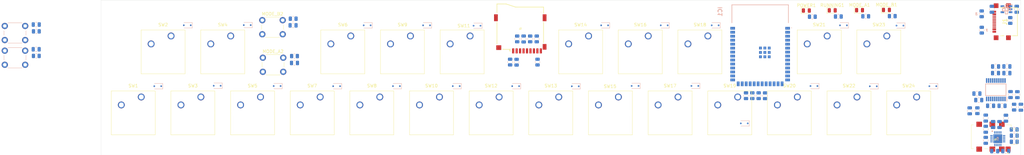
<source format=kicad_pcb>
(kicad_pcb (version 20241229) (generator "pcbnew") (generator_version "9.0")
  (layers (0 "F.Cu" signal) (2 "B.Cu" signal) (13 "F.Paste" user) (15 "B.Paste" user) (5 "F.SilkS" user "F.Silkscreen") (7 "B.SilkS" user "B.Silkscreen") (1 "F.Mask" user) (3 "B.Mask" user) (25 "Edge.Cuts" user))
  (net 0 "")
  (net 1 "Net-(IC1-EN)")
  (net 2 "+3.3V")
  (net 3 "Net-(IC1-IO0)")
  (net 4 "Net-(IC3-VNEG)")
  (net 5 "Net-(IC3-CAPP)")
  (net 6 "Net-(IC3-CAPM)")
  (net 7 "Net-(C14-Pad2)")
  (net 8 "Net-(C15-Pad1)")
  (net 9 "+5V")
  (net 10 "Net-(IC4-CPVSS_1)")
  (net 11 "Net-(IC4-CPN)")
  (net 12 "Net-(IC4-CPP)")
  (net 13 "Net-(IC4-LEFTINM)")
  (net 14 "Net-(IC4-LEFTINP)")
  (net 15 "Net-(IC4-RIGHTINP)")
  (net 16 "Net-(IC1-IO35)")
  (net 17 "Net-(IC1-IO45)")
  (net 18 "ROW1")
  (net 19 "Net-(D1-A)")
  (net 20 "Net-(D2-A)")
  (net 21 "ROW2")
  (net 22 "Net-(D3-A)")
  (net 23 "ROW3")
  (net 24 "Net-(D4-A)")
  (net 25 "ROW4")
  (net 26 "ROW5")
  (net 27 "Net-(D5-A)")
  (net 28 "ROW6")
  (net 29 "Net-(D6-A)")
  (net 30 "Net-(D7-A)")
  (net 31 "Net-(D8-A)")
  (net 32 "Net-(D9-A)")
  (net 33 "Net-(D10-A)")
  (net 34 "Net-(D11-A)")
  (net 35 "Net-(D12-A)")
  (net 36 "Net-(D13-A)")
  (net 37 "Net-(D14-A)")
  (net 38 "Net-(D15-A)")
  (net 39 "Net-(D16-A)")
  (net 40 "Net-(D17-A)")
  (net 41 "Net-(D18-A)")
  (net 42 "Net-(D19-A)")
  (net 43 "Net-(D20-A)")
  (net 44 "Net-(D21-A)")
  (net 45 "Net-(D22-A)")
  (net 46 "Net-(D23-A)")
  (net 47 "Net-(D24-A)")
  (net 49 "TPA_SDA")
  (net 50 "COL2")
  (net 51 "COL4")
  (net 52 "Net-(IC1-IO11)")
  (net 53 "COL1")
  (net 54 "Net-(IC1-IO13)")
  (net 55 "Net-(IC1-IO48)")
  (net 56 "Net-(IC1-IO47)")
  (net 58 "LRCK")
  (net 60 "TPA_SCL")
  (net 61 "XSMT")
  (net 62 "Net-(IC1-IO21)")
  (net 63 "COL3")
  (net 64 "USB_DP")
  (net 65 "Net-(IC1-IO10)")
  (net 66 "Net-(IC1-IO9)")
  (net 68 "Net-(IC1-IO14)")
  (net 70 "Net-(IC1-IO3)")
  (net 72 "BCK")
  (net 73 "USB_DN")
  (net 74 "DIN")
  (net 75 "Net-(IC3-OUTL)")
  (net 76 "Net-(IC3-OUTR)")
  (net 77 "Net-(IC4-HPRIGHT)")
  (net 78 "Net-(IC4-HPLEFT)")
  (net 79 "Net-(IC4-~{SD})")
  (net 80 "Net-(J1-CC1)")
  (net 87 "Net-(J1-CC2)")
  (net 90 "Net-(IC5-EN)")
  (net 95 "Net-(J2-CMD)")
  (net 96 "Net-(MODE_A1-A)")
  (net 97 "Net-(MODE_B1-A)")
  (net 98 "Net-(POWER1-A)")
  (net 99 "Net-(RUNNING1-A)")
  (net 100 "GND")
  (net 101 "Net-(IC4-RIGHTINM)")
  (net 102 "Net-(IC3-LDOO)")
  (net 103 "Net-(J2-DAT2)")
  (net 104 "Net-(J2-DAT0)")
  (net 105 "Net-(J2-CD{slash}DAT3)")
  (net 106 "Net-(J2-CLK)")
  (net 107 "Net-(J2-DAT1)")
  (footprint "Button_Switch_THT:SW_PUSH_6mm_H4.3mm" (layer "F.Cu") (at 66.105 50.375)
    (property "Reference" "MODE_B2" (at 3.25 -2 0) (layer "F.SilkS"))
    (property "Value" "SW_Push_Dual")
    (pad "1" thru_hole circle (at 0 0 90) (size 2 2) (drill 1.1) (layers "*.Cu" "*.Mask") (net 100 "GND"))
    (pad "1" thru_hole circle (at 6.5 0 90) (size 2 2) (drill 1.1) (layers "*.Cu" "*.Mask") (net 100 "GND"))
    (pad "2" thru_hole circle (at 0 4.5 90) (size 2 2) (drill 1.1) (layers "*.Cu" "*.Mask") (net 17 "Net-(IC1-IO45)"))
    (pad "2" thru_hole circle (at 6.5 4.5 90) (size 2 2) (drill 1.1) (layers "*.Cu" "*.Mask") (net 17 "Net-(IC1-IO45)"))
  )
  (footprint "libraries:CherryMX_1.00u_PCB" (layer "F.Cu") (at 196 80)
    (property "Reference" "SW17" (at 0 -8.6625 0) (layer "F.SilkS"))
    (property "Value" "~")
    (pad "" np_thru_hole circle (at -5.08 0) (size 1.75 1.75) (drill 1.75) (layers "*.Cu" "*.Mask"))
    (pad "" np_thru_hole circle (at 0 0) (size 4 4) (drill 4) (layers "*.Cu" "*.Mask"))
    (pad "" np_thru_hole circle (at 5.08 0) (size 1.75 1.75) (drill 1.75) (layers "*.Cu" "*.Mask"))
    (pad "1" thru_hole circle (at -3.81 -2.54) (size 2.2 2.2) (drill 1.5) (layers "*.Cu" "*.Mask") (net 63 "COL3"))
    (pad "2" thru_hole circle (at 2.54 -5.08) (size 2.2 2.2) (drill 1.5) (layers "*.Cu" "*.Mask") (net 37 "Net-(D14-A)"))
  )
  (footprint "libraries:CherryMX_1.00u_PCB" (layer "F.Cu") (at 177 80)
    (property "Reference" "SW15" (at -0.11 -8.485 0) (layer "F.SilkS"))
    (property "Value" "~")
    (pad "" np_thru_hole circle (at -5.08 0) (size 1.75 1.75) (drill 1.75) (layers "*.Cu" "*.Mask"))
    (pad "" np_thru_hole circle (at 0 0) (size 4 4) (drill 4) (layers "*.Cu" "*.Mask"))
    (pad "" np_thru_hole circle (at 5.08 0) (size 1.75 1.75) (drill 1.75) (layers "*.Cu" "*.Mask"))
    (pad "1" thru_hole circle (at -3.81 -2.54) (size 2.2 2.2) (drill 1.5) (layers "*.Cu" "*.Mask") (net 63 "COL3"))
    (pad "2" thru_hole circle (at 2.54 -5.08) (size 2.2 2.2) (drill 1.5) (layers "*.Cu" "*.Mask") (net 39 "Net-(D16-A)"))
  )
  (footprint "libraries:CherryMX_1.00u_PCB" (layer "F.Cu") (at 262.5 60.5)
    (property "Reference" "SW23" (at 0 -8.6625 0) (layer "F.SilkS"))
    (property "Value" "~")
    (pad "" np_thru_hole circle (at -5.08 0) (size 1.75 1.75) (drill 1.75) (layers "*.Cu" "*.Mask"))
    (pad "" np_thru_hole circle (at 0 0) (size 4 4) (drill 4) (layers "*.Cu" "*.Mask"))
    (pad "" np_thru_hole circle (at 5.08 0) (size 1.75 1.75) (drill 1.75) (layers "*.Cu" "*.Mask"))
    (pad "1" thru_hole circle (at -3.81 -2.54) (size 2.2 2.2) (drill 1.5) (layers "*.Cu" "*.Mask") (net 51 "COL4"))
    (pad "2" thru_hole circle (at 2.54 -5.08) (size 2.2 2.2) (drill 1.5) (layers "*.Cu" "*.Mask") (net 46 "Net-(D23-A)"))
  )
  (footprint "libraries:CherryMX_1.00u_PCB" (layer "F.Cu") (at 129.75 60.5)
    (property "Reference" "SW11" (at 0.535 -8.335 0) (layer "F.SilkS"))
    (property "Value" "~")
    (pad "" np_thru_hole circle (at -5.08 0) (size 1.75 1.75) (drill 1.75) (layers "*.Cu" "*.Mask"))
    (pad "" np_thru_hole circle (at 0 0) (size 4 4) (drill 4) (layers "*.Cu" "*.Mask"))
    (pad "" np_thru_hole circle (at 5.08 0) (size 1.75 1.75) (drill 1.75) (layers "*.Cu" "*.Mask"))
    (pad "1" thru_hole circle (at -3.81 -2.54) (size 2.2 2.2) (drill 1.5) (layers "*.Cu" "*.Mask") (net 50 "COL2"))
    (pad "2" thru_hole circle (at 2.54 -5.08) (size 2.2 2.2) (drill 1.5) (layers "*.Cu" "*.Mask") (net 34 "Net-(D11-A)"))
  )
  (footprint "LED_SMD:LED_0805_2012Metric" (layer "F.Cu") (at 256.35 47.175)
    (property "Reference" "MODE_A1" (at 0 -1.65 0) (layer "F.SilkS"))
    (property "Value" "LED")
    (pad "1" smd roundrect (at -0.9375 0) (size 0.975 1.4) (layers "F.Cu" "F.Mask" "F.Paste") (net 66 "Net-(IC1-IO9)"))
    (pad "2" smd roundrect (at 0.9375 0) (size 0.975 1.4) (layers "F.Cu" "F.Mask" "F.Paste") (net 96 "Net-(MODE_A1-A)"))
  )
  (footprint "libraries:CherryMX_1.00u_PCB" (layer "F.Cu") (at 158 80)
    (property "Reference" "SW13" (at 0 -8.6625 0) (layer "F.SilkS"))
    (property "Value" "~")
    (pad "" np_thru_hole circle (at -5.08 0) (size 1.75 1.75) (drill 1.75) (layers "*.Cu" "*.Mask"))
    (pad "" np_thru_hole circle (at 0 0) (size 4 4) (drill 4) (layers "*.Cu" "*.Mask"))
    (pad "" np_thru_hole circle (at 5.08 0) (size 1.75 1.75) (drill 1.75) (layers "*.Cu" "*.Mask"))
    (pad "1" thru_hole circle (at -3.81 -2.54) (size 2.2 2.2) (drill 1.5) (layers "*.Cu" "*.Mask") (net 63 "COL3"))
    (pad "2" thru_hole circle (at 2.54 -5.08) (size 2.2 2.2) (drill 1.5) (layers "*.Cu" "*.Mask") (net 41 "Net-(D18-A)"))
  )
  (footprint "libraries:CherryMX_1.00u_PCB" (layer "F.Cu") (at 139 80)
    (property "Reference" "SW12" (at 0 -8.6625 0) (layer "F.SilkS"))
    (property "Value" "~")
    (pad "" np_thru_hole circle (at -5.08 0) (size 1.75 1.75) (drill 1.75) (layers "*.Cu" "*.Mask"))
    (pad "" np_thru_hole circle (at 0 0) (size 4 4) (drill 4) (layers "*.Cu" "*.Mask"))
    (pad "" np_thru_hole circle (at 5.08 0) (size 1.75 1.75) (drill 1.75) (layers "*.Cu" "*.Mask"))
    (pad "1" thru_hole circle (at -3.81 -2.54) (size 2.2 2.2) (drill 1.5) (layers "*.Cu" "*.Mask") (net 50 "COL2"))
    (pad "2" thru_hole circle (at 2.54 -5.08) (size 2.2 2.2) (drill 1.5) (layers "*.Cu" "*.Mask") (net 35 "Net-(D12-A)"))
  )
  (footprint "libraries:CherryMX_1.00u_PCB" (layer "F.Cu") (at 34.5 60.5)
    (property "Reference" "SW2" (at 0 -8.6625 0) (layer "F.SilkS"))
    (property "Value" "~")
    (pad "" np_thru_hole circle (at -5.08 0) (size 1.75 1.75) (drill 1.75) (layers "*.Cu" "*.Mask"))
    (pad "" np_thru_hole circle (at 0 0) (size 4 4) (drill 4) (layers "*.Cu" "*.Mask"))
    (pad "" np_thru_hole circle (at 5.08 0) (size 1.75 1.75) (drill 1.75) (layers "*.Cu" "*.Mask"))
    (pad "1" thru_hole circle (at -3.81 -2.54) (size 2.2 2.2) (drill 1.5) (layers "*.Cu" "*.Mask") (net 53 "COL1"))
    (pad "2" thru_hole circle (at 2.54 -5.08) (size 2.2 2.2) (drill 1.5) (layers "*.Cu" "*.Mask") (net 20 "Net-(D2-A)"))
  )
  (footprint "libraries:MSD1A" (layer "F.Cu") (at 148.275 53.095 180)
    (property "Reference" "J2" (at 0 0 0) (layer "F.SilkS") (effects (font (size 0.5 0.5) (thickness 0.254))))
    (property "Value" "MSD-1-A" (hide yes))
    (pad "" np_thru_hole circle (at -4.95 3.9 180) (size 1 1) (drill 1) (layers "*.Cu" "*.Mask"))
    (pad "" np_thru_hole circle (at 3.05 3.9 180) (size 1 1) (drill 1) (layers "*.Cu" "*.Mask"))
    (pad "1" smd rect (at 2.25 -7.1 180) (size 0.7 1.6) (layers "F.Cu" "F.Mask" "F.Paste") (net 103 "Net-(J2-DAT2)"))
    (pad "2" smd rect (at 1.15 -7.1 180) (size 0.7 1.6) (layers "F.Cu" "F.Mask" "F.Paste") (net 105 "Net-(J2-CD{slash}DAT3)"))
    (pad "3" smd rect (at 0.05 -7.1 180) (size 0.7 1.6) (layers "F.Cu" "F.Mask" "F.Paste") (net 95 "Net-(J2-CMD)"))
    (pad "4" smd rect (at -1.05 -7.1 180) (size 0.7 1.6) (layers "F.Cu" "F.Mask" "F.Paste") (net 2 "+3.3V"))
    (pad "5" smd rect (at -2.15 -7.1 180) (size 0.7 1.6) (layers "F.Cu" "F.Mask" "F.Paste") (net 106 "Net-(J2-CLK)"))
    (pad "6" smd rect (at -3.25 -7.1 180) (size 0.7 1.6) (layers "F.Cu" "F.Mask" "F.Paste") (net 100 "GND"))
    (pad "7" smd rect (at -4.35 -7.1 180) (size 0.7 1.6) (layers "F.Cu" "F.Mask" "F.Paste") (net 104 "Net-(J2-DAT0)"))
    (pad "8" smd rect (at -5.45 -7.1 180) (size 0.7 1.6) (layers "F.Cu" "F.Mask" "F.Paste") (net 107 "Net-(J2-DAT1)"))
    (pad "9" smd rect (at 6.85 -6.05 270) (size 1.5 1.6) (layers "F.Cu" "F.Mask" "F.Paste") (net 100 "GND"))
    (pad "10" smd rect (at -7.75 -5.8 180) (size 1.2 1.8) (layers "F.Cu" "F.Mask" "F.Paste") (net 100 "GND"))
    (pad "11" smd rect (at 7.75 3.5 180) (size 1.2 2.2) (layers "F.Cu" "F.Mask" "F.Paste") (net 100 "GND"))
    (pad "12" smd rect (at -7.75 3.5 180) (size 1.2 2.2) (layers "F.Cu" "F.Mask" "F.Paste") (net 100 "GND"))
    (pad "CD1" smd rect (at -6.55 -7.1 180) (size 0.7 1.6) (layers "F.Cu" "F.Mask" "F.Paste") (net 54 "Net-(IC1-IO13)"))
  )
  (footprint "libraries:CherryMX_1.00u_PCB" (layer "F.Cu") (at 110.75 60.5)
    (property "Reference" "SW9" (at 0 -8.6625 0) (layer "F.SilkS"))
    (property "Value" "~")
    (pad "" np_thru_hole circle (at -5.08 0) (size 1.75 1.75) (drill 1.75) (layers "*.Cu" "*.Mask"))
    (pad "" np_thru_hole circle (at 0 0) (size 4 4) (drill 4) (layers "*.Cu" "*.Mask"))
    (pad "" np_thru_hole circle (at 5.08 0) (size 1.75 1.75) (drill 1.75) (layers "*.Cu" "*.Mask"))
    (pad "1" thru_hole circle (at -3.81 -2.54) (size 2.2 2.2) (drill 1.5) (layers "*.Cu" "*.Mask") (net 50 "COL2"))
    (pad "2" thru_hole circle (at 2.54 -5.08) (size 2.2 2.2) (drill 1.5) (layers "*.Cu" "*.Mask") (net 32 "Net-(D9-A)"))
  )
  (footprint "libraries:UJ20CHGSMT5P16TR" (layer "F.Cu") (at 302.953 50.865 90)
    (property "Reference" "J1" (at 0 -0.287 90) (layer "F.SilkS") (effects (font (size 1.27 1.27) (thickness 0.254))))
    (property "Value" "UJ20-C-H-G-SMT-5-P16-TR" (hide yes))
    (pad "" np_thru_hole circle (at -2.89 -2.603 90) (size 0.65 0.65) (drill 0.65) (layers "*.Cu" "*.Mask"))
    (pad "" np_thru_hole circle (at 2.89 -2.603 90) (size 0.65 0.65) (drill 0.65) (layers "*.Cu" "*.Mask"))
    (pad "A1" smd rect (at -3.2 -3.678 90) (size 0.6 1.15) (layers "F.Cu" "F.Mask" "F.Paste") (net 100 "GND"))
    (pad "A4" smd rect (at -2.4 -3.678 90) (size 0.6 1.15) (layers "F.Cu" "F.Mask" "F.Paste") (net 9 "+5V"))
    (pad "A5" smd rect (at -1.25 -3.678 90) (size 0.3 1.15) (layers "F.Cu" "F.Mask" "F.Paste") (net 80 "Net-(J1-CC1)"))
    (pad "A6" smd rect (at -0.25 -3.678 90) (size 0.3 1.15) (layers "F.Cu" "F.Mask" "F.Paste") (net 64 "USB_DP"))
    (pad "A7" smd rect (at 0.25 -3.678 90) (size 0.3 1.15) (layers "F.Cu" "F.Mask" "F.Paste") (net 73 "USB_DN"))
    (pad "A8" smd rect (at 1.25 -3.678 90) (size 0.3 1.15) (layers "F.Cu" "F.Mask" "F.Paste"))
    (pad "B1" smd rect (at 3.2 -3.678 90) (size 0.6 1.15) (layers "F.Cu" "F.Mask" "F.Paste") (net 100 "GND"))
    (pad "B4" smd rect (at 2.4 -3.678 90) (size 0.6 1.15) (layers "F.Cu" "F.Mask" "F.Paste") (net 9 "+5V"))
    (pad "B5" smd rect (at 1.75 -3.678 90) (size 0.3 1.15) (layers "F.Cu" "F.Mask" "F.Paste") (net 87 "Net-(J1-CC2)"))
    (pad "B6" smd rect (at 0.75 -3.678 90) (size 0.3 1.15) (layers "F.Cu" "F.Mask" "F.Paste"))
    (pad "B7" smd rect (at -0.75 -3.678 90) (size 0.3 1.15) (layers "F.Cu" "F.Mask" "F.Paste"))
    (pad "B8" smd rect (at -1.75 -3.678 90) (size 0.3 1.15) (layers "F.Cu" "F.Mask" "F.Paste"))
    (pad "MP1" smd rect (at -5.12 -3.103 90) (size 1.5 1.5) (layers "F.Cu" "F.Mask" "F.Paste"))
    (pad "MP2" smd rect (at 5.12 -3.103 90) (size 1.5 1.5) (layers "F.Cu" "F.Mask" "F.Paste"))
    (pad "MP3" smd rect (at -5.12 0.827 90) (size 1.5 1.5) (layers "F.Cu" "F.Mask" "F.Paste"))
    (pad "MP4" smd rect (at 5.12 0.827 90) (size 1.5 1.5) (layers "F.Cu" "F.Mask" "F.Paste"))
  )
  (footprint "libraries:CherryMX_1.00u_PCB" (layer "F.Cu") (at 205.5 60.5)
    (property "Reference" "SW18" (at 0 -8.6625 0) (layer "F.SilkS"))
    (property "Value" "~")
    (pad "" np_thru_hole circle (at -5.08 0) (size 1.75 1.75) (drill 1.75) (layers "*.Cu" "*.Mask"))
    (pad "" np_thru_hole circle (at 0 0) (size 4 4) (drill 4) (layers "*.Cu" "*.Mask"))
    (pad "" np_thru_hole circle (at 5.08 0) (size 1.75 1.75) (drill 1.75) (layers "*.Cu" "*.Mask"))
    (pad "1" thru_hole circle (at -3.81 -2.54) (size 2.2 2.2) (drill 1.5) (layers "*.Cu" "*.Mask") (net 63 "COL3"))
    (pad "2" thru_hole circle (at 2.54 -5.08) (size 2.2 2.2) (drill 1.5) (layers "*.Cu" "*.Mask") (net 36 "Net-(D13-A)"))
  )
  (footprint "libraries:CherryMX_1.00u_PCB" (layer "F.Cu") (at 44 80)
    (property "Reference" "SW3" (at 0 -8.6625 0) (layer "F.SilkS"))
    (property "Value" "~")
    (pad "" np_thru_hole circle (at -5.08 0) (size 1.75 1.75) (drill 1.75) (layers "*.Cu" "*.Mask"))
    (pad "" np_thru_hole circle (at 0 0) (size 4 4) (drill 4) (layers "*.Cu" "*.Mask"))
    (pad "" np_thru_hole circle (at 5.08 0) (size 1.75 1.75) (drill 1.75) (layers "*.Cu" "*.Mask"))
    (pad "1" thru_hole circle (at -3.81 -2.54) (size 2.2 2.2) (drill 1.5) (layers "*.Cu" "*.Mask") (net 53 "COL1"))
    (pad "2" thru_hole circle (at 2.54 -5.08) (size 2.2 2.2) (drill 1.5) (layers "*.Cu" "*.Mask") (net 22 "Net-(D3-A)"))
  )
  (footprint "Button_Switch_THT:SW_PUSH_6mm_H4.3mm" (layer "F.Cu") (at 66.28 62.37)
    (property "Reference" "MODE_A2" (at 3.25 -2 0) (layer "F.SilkS"))
    (property "Value" "SW_Push_Dual")
    (pad "1" thru_hole circle (at 0 0 90) (size 2 2) (drill 1.1) (layers "*.Cu" "*.Mask") (net 100 "GND"))
    (pad "1" thru_hole circle (at 6.5 0 90) (size 2 2) (drill 1.1) (layers "*.Cu" "*.Mask") (net 100 "GND"))
    (pad "2" thru_hole circle (at 0 4.5 90) (size 2 2) (drill 1.1) (layers "*.Cu" "*.Mask") (net 16 "Net-(IC1-IO35)"))
    (pad "2" thru_hole circle (at 6.5 4.5 90) (size 2 2) (drill 1.1) (layers "*.Cu" "*.Mask") (net 16 "Net-(IC1-IO35)"))
  )
  (footprint "libraries:CherryMX_1.00u_PCB" (layer "F.Cu") (at 101 80)
    (property "Reference" "SW8" (at 0 -8.6625 0) (layer "F.SilkS"))
    (property "Value" "~")
    (pad "" np_thru_hole circle (at -5.08 0) (size 1.75 1.75) (drill 1.75) (layers "*.Cu" "*.Mask"))
    (pad "" np_thru_hole circle (at 0 0) (size 4 4) (drill 4) (layers "*.Cu" "*.Mask"))
    (pad "" np_thru_hole circle (at 5.08 0) (size 1.75 1.75) (drill 1.75) (layers "*.Cu" "*.Mask"))
    (pad "1" thru_hole circle (at -3.81 -2.54) (size 2.2 2.2) (drill 1.5) (layers "*.Cu" "*.Mask") (net 50 "COL2"))
    (pad "2" thru_hole circle (at 2.54 -5.08) (size 2.2 2.2) (drill 1.5) (layers "*.Cu" "*.Mask") (net 31 "Net-(D8-A)"))
  )
  (footprint "libraries:CherryMX_1.00u_PCB" (layer "F.Cu") (at 91.75 60.5)
    (property "Reference" "SW6" (at 0 -8.6625 0) (layer "F.SilkS"))
    (property "Value" "~")
    (pad "" np_thru_hole circle (at -5.08 0) (size 1.75 1.75) (drill 1.75) (layers "*.Cu" "*.Mask"))
    (pad "" np_thru_hole circle (at 0 0) (size 4 4) (drill 4) (layers "*.Cu" "*.Mask"))
    (pad "" np_thru_hole circle (at 5.08 0) (size 1.75 1.75) (drill 1.75) (layers "*.Cu" "*.Mask"))
    (pad "1" thru_hole circle (at -3.81 -2.54) (size 2.2 2.2) (drill 1.5) (layers "*.Cu" "*.Mask") (net 53 "COL1"))
    (pad "2" thru_hole circle (at 2.54 -5.08) (size 2.2 2.2) (drill 1.5) (layers "*.Cu" "*.Mask") (net 29 "Net-(D6-A)"))
  )
  (footprint "libraries:CherryMX_1.00u_PCB" (layer "F.Cu") (at 53.5 60.5)
    (property "Reference" "SW4" (at 0 -8.6625 0) (layer "F.SilkS"))
    (property "Value" "~")
    (pad "" np_thru_hole circle (at -5.08 0) (size 1.75 1.75) (drill 1.75) (layers "*.Cu" "*.Mask"))
    (pad "" np_thru_hole circle (at 0 0) (size 4 4) (drill 4) (layers "*.Cu" "*.Mask"))
    (pad "" np_thru_hole circle (at 5.08 0) (size 1.75 1.75) (drill 1.75) (layers "*.Cu" "*.Mask"))
    (pad "1" thru_hole circle (at -3.81 -2.54) (size 2.2 2.2) (drill 1.5) (layers "*.Cu" "*.Mask") (net 53 "COL1"))
    (pad "2" thru_hole circle (at 2.54 -5.08) (size 2.2 2.2) (drill 1.5) (layers "*.Cu" "*.Mask") (net 24 "Net-(D4-A)"))
  )
  (footprint "LED_SMD:LED_0805_2012Metric" (layer "F.Cu") (at 264.9175 47.105)
    (property "Reference" "MODE_B1" (at 0 -1.65 0) (layer "F.SilkS"))
    (property "Value" "LED")
    (pad "1" smd roundrect (at -0.9375 0) (size 0.975 1.4) (layers "F.Cu" "F.Mask" "F.Paste") (net 70 "Net-(IC1-IO3)"))
    (pad "2" smd roundrect (at 0.9375 0) (size 0.975 1.4) (layers "F.Cu" "F.Mask" "F.Paste") (net 97 "Net-(MODE_B1-A)"))
  )
  (footprint "libraries:CherryMX_1.00u_PCB" (layer "F.Cu") (at 120 80)
    (property "Reference" "SW10" (at 0 -8.6625 0) (layer "F.SilkS"))
    (property "Value" "~")
    (pad "" np_thru_hole circle (at -5.08 0) (size 1.75 1.75) (drill 1.75) (layers "*.Cu" "*.Mask"))
    (pad "" np_thru_hole circle (at 0 0) (size 4 4) (drill 4) (layers "*.Cu" "*.Mask"))
    (pad "" np_thru_hole circle (at 5.08 0) (size 1.75 1.75) (drill 1.75) (layers "*.Cu" "*.Mask"))
    (pad "1" thru_hole circle (at -3.81 -2.54) (size 2.2 2.2) (drill 1.5) (layers "*.Cu" "*.Mask") (net 50 "COL2"))
    (pad "2" thru_hole circle (at 2.54 -5.08) (size 2.2 2.2) (drill 1.5) (layers "*.Cu" "*.Mask") (net 33 "Net-(D10-A)"))
  )
  (footprint "libraries:CherryMX_1.00u_PCB" (layer "F.Cu") (at 253 80)
    (property "Reference" "SW22" (at 0 -8.6625 0) (layer "F.SilkS"))
    (property "Value" "~")
    (pad "" np_thru_hole circle (at -5.08 0) (size 1.75 1.75) (drill 1.75) (layers "*.Cu" "*.Mask"))
    (pad "" np_thru_hole circle (at 0 0) (size 4 4) (drill 4) (layers "*.Cu" "*.Mask"))
    (pad "" np_thru_hole circle (at 5.08 0) (size 1.75 1.75) (drill 1.75) (layers "*.Cu" "*.Mask"))
    (pad "1" thru_hole circle (at -3.81 -2.54) (size 2.2 2.2) (drill 1.5) (layers "*.Cu" "*.Mask") (net 51 "COL4"))
    (pad "2" thru_hole circle (at 2.54 -5.08) (size 2.2 2.2) (drill 1.5) (layers "*.Cu" "*.Mask") (net 45 "Net-(D22-A)"))
  )
  (footprint "libraries:CherryMX_1.00u_PCB" (layer "F.Cu") (at 63 80)
    (property "Reference" "SW5" (at 0 -8.6625 0) (layer "F.SilkS"))
    (property "Value" "~")
    (pad "" np_thru_hole circle (at -5.08 0) (size 1.75 1.75) (drill 1.75) (layers "*.Cu" "*.Mask"))
    (pad "" np_thru_hole circle (at 0 0) (size 4 4) (drill 4) (layers "*.Cu" "*.Mask"))
    (pad "" np_thru_hole circle (at 5.08 0) (size 1.75 1.75) (drill 1.75) (layers "*.Cu" "*.Mask"))
    (pad "1" thru_hole circle (at -3.81 -2.54) (size 2.2 2.2) (drill 1.5) (layers "*.Cu" "*.Mask") (net 53 "COL1"))
    (pad "2" thru_hole circle (at 2.54 -5.08) (size 2.2 2.2) (drill 1.5) (layers "*.Cu" "*.Mask") (net 27 "Net-(D5-A)"))
  )
  (footprint "libraries:CherryMX_1.00u_PCB" (layer "F.Cu") (at 186.5 60.5)
    (property "Reference" "SW16" (at 0 -8.6625 0) (layer "F.SilkS"))
    (property "Value" "~")
    (pad "" np_thru_hole circle (at -5.08 0) (size 1.75 1.75) (drill 1.75) (layers "*.Cu" "*.Mask"))
    (pad "" np_thru_hole circle (at 0 0) (size 4 4) (drill 4) (layers "*.Cu" "*.Mask"))
    (pad "" np_thru_hole circle (at 5.08 0) (size 1.75 1.75) (drill 1.75) (layers "*.Cu" "*.Mask"))
    (pad "1" thru_hole circle (at -3.81 -2.54) (size 2.2 2.2) (drill 1.5) (layers "*.Cu" "*.Mask") (net 63 "COL3"))
    (pad "2" thru_hole circle (at 2.54 -5.08) (size 2.2 2.2) (drill 1.5) (layers "*.Cu" "*.Mask") (net 38 "Net-(D15-A)"))
  )
  (footprint "libraries:CherryMX_1.00u_PCB" (layer "F.Cu") (at 272 80)
    (property "Reference" "SW24" (at 0 -8.6625 0) (layer "F.SilkS"))
    (property "Value" "~")
    (pad "" np_thru_hole circle (at -5.08 0) (size 1.75 1.75) (drill 1.75) (layers "*.Cu" "*.Mask"))
    (pad "" np_thru_hole circle (at 0 0) (size 4 4) (drill 4) (layers "*.Cu" "*.Mask"))
    (pad "" np_thru_hole circle (at 5.08 0) (size 1.75 1.75) (drill 1.75) (layers "*.Cu" "*.Mask"))
    (pad "1" thru_hole circle (at -3.81 -2.54) (size 2.2 2.2) (drill 1.5) (layers "*.Cu" "*.Mask") (net 51 "COL4"))
    (pad "2" thru_hole circle (at 2.54 -5.08) (size 2.2 2.2) (drill 1.5) (layers "*.Cu" "*.Mask") (net 47 "Net-(D24-A)"))
  )
  (footprint "LED_SMD:LED_0805_2012Metric" (layer "F.Cu") (at 247.6575 47.235)
    (property "Reference" "RUNNING1" (at 0 -1.65 0) (layer "F.SilkS"))
    (property "Value" "LED")
    (pad "1" smd roundrect (at -0.9375 0) (size 0.975 1.4) (layers "F.Cu" "F.Mask" "F.Paste") (net 65 "Net-(IC1-IO10)"))
    (pad "2" smd roundrect (at 0.9375 0) (size 0.975 1.4) (layers "F.Cu" "F.Mask" "F.Paste") (net 99 "Net-(RUNNING1-A)"))
  )
  (footprint "libraries:CherryMX_1.00u_PCB" (layer "F.Cu") (at 234 80)
    (property "Reference" "SW20" (at 0 -8.6625 0) (layer "F.SilkS"))
    (property "Value" "~")
    (pad "" np_thru_hole circle (at -5.08 0) (size 1.75 1.75) (drill 1.75) (layers "*.Cu" "*.Mask"))
    (pad "" np_thru_hole circle (at 0 0) (size 4 4) (drill 4) (layers "*.Cu" "*.Mask"))
    (pad "" np_thru_hole circle (at 5.08 0) (size 1.75 1.75) (drill 1.75) (layers "*.Cu" "*.Mask"))
    (pad "1" thru_hole circle (at -3.81 -2.54) (size 2.2 2.2) (drill 1.5) (layers "*.Cu" "*.Mask") (net 51 "COL4"))
    (pad "2" thru_hole circle (at 2.54 -5.08) (size 2.2 2.2) (drill 1.5) (layers "*.Cu" "*.Mask") (net 43 "Net-(D20-A)"))
  )
  (footprint "libraries:SJ43617SMTTR" (layer "F.Cu") (at 299.265 87.61 180)
    (property "Reference" "J3" (at -0.2475 -0.88 0) (layer "F.SilkS") (effects (font (size 0.5 0.5) (thickness 0.254))))
    (property "Value" "SJ-43617-SMT-TR" (hide yes))
    (pad "1" smd rect (at -4.4 -3.975 180) (size 1.6 1.65) (layers "F.Cu" "F.Mask" "F.Paste") (net 100 "GND"))
    (pad "2" smd rect (at 4.8 3.975 270) (size 1.65 1.8) (layers "F.Cu" "F.Mask" "F.Paste") (net 78 "Net-(IC4-HPLEFT)"))
    (pad "3" smd rect (at 0.6 3.975 270) (size 1.65 1.8) (layers "F.Cu" "F.Mask" "F.Paste") (net 77 "Net-(IC4-HPRIGHT)"))
    (pad "4" smd rect (at -2.4 3.975 270) (size 1.65 1.8) (layers "F.Cu" "F.Mask" "F.Paste") (net 100 "GND"))
    (pad "10" smd rect (at 4.8 -3.975 270) (size 1.65 1.8) (layers "F.Cu" "F.Mask" "F.Paste"))
    (pad "11" smd rect (at 0.6 -3.975 270) (size 1.65 1.8) (layers "F.Cu" "F.Mask" "F.Paste"))
    (pad "12" smd rect (at -2.4 -3.975 270) (size 1.65 1.8) (layers "F.Cu" "F.Mask" "F.Paste"))
  )
  (footprint "libraries:CherryMX_1.00u_PCB" (layer "F.Cu") (at 167.5 60.5)
    (property "Reference" "SW14" (at 0 -8.6625 0) (layer "F.SilkS"))
    (property "Value" "~")
    (pad "" np_thru_hole circle (at -5.08 0) (size 1.75 1.75) (drill 1.75) (layers "*.Cu" "*.Mask"))
    (pad "" np_thru_hole circle (at 0 0) (size 4 4) (drill 4) (layers "*.Cu" "*.Mask"))
    (pad "" np_thru_hole circle (at 5.08 0) (size 1.75 1.75) (drill 1.75) (layers "*.Cu" "*.Mask"))
    (pad "1" thru_hole circle (at -3.81 -2.54) (size 2.2 2.2) (drill 1.5) (layers "*.Cu" "*.Mask") (net 63 "COL3"))
    (pad "2" thru_hole circle (at 2.54 -5.08) (size 2.2 2.2) (drill 1.5) (layers "*.Cu" "*.Mask") (net 40 "Net-(D17-A)"))
  )
  (footprint "libraries:CherryMX_1.00u_PCB" (layer "F.Cu") (at 25 80)
    (property "Reference" "SW1" (at 0 -8.6625 0) (layer "F.SilkS"))
    (property "Value" "~")
    (pad "" np_thru_hole circle (at -5.08 0) (size 1.75 1.75) (drill 1.75) (layers "*.Cu" "*.Mask"))
    (pad "" np_thru_hole circle (at 0 0) (size 4 4) (drill 4) (layers "*.Cu" "*.Mask"))
    (pad "" np_thru_hole circle (at 5.08 0) (size 1.75 1.75) (drill 1.75) (layers "*.Cu" "*.Mask"))
    (pad "1" thru_hole circle (at -3.81 -2.54) (size 2.2 2.2) (drill 1.5) (layers "*.Cu" "*.Mask") (net 53 "COL1"))
    (pad "2" thru_hole circle (at 2.54 -5.08) (size 2.2 2.2) (drill 1.5) (layers "*.Cu" "*.Mask") (net 19 "Net-(D1-A)"))
  )
  (footprint "LED_SMD:LED_0805_2012Metric" (layer "F.Cu") (at 239.4075 47.295)
    (property "Reference" "POWER1" (at 0 -1.65 0) (layer "F.SilkS"))
    (property "Value" "LED")
    (pad "1" smd roundrect (at -0.9375 0) (size 0.975 1.4) (layers "F.Cu" "F.Mask" "F.Paste") (net 52 "Net-(IC1-IO11)"))
    (pad "2" smd roundrect (at 0.9375 0) (size 0.975 1.4) (layers "F.Cu" "F.Mask" "F.Paste") (net 98 "Net-(POWER1-A)"))
  )
  (footprint "libraries:CherryMX_1.00u_PCB" (layer "F.Cu") (at 82 80)
    (property "Reference" "SW7" (at 0 -8.6625 0) (layer "F.SilkS"))
    (property "Value" "~")
    (pad "" np_thru_hole circle (at -5.08 0) (size 1.75 1.75) (drill 1.75) (layers "*.Cu" "*.Mask"))
    (pad "" np_thru_hole circle (at 0 0) (size 4 4) (drill 4) (layers "*.Cu" "*.Mask"))
    (pad "" np_thru_hole circle (at 5.08 0) (size 1.75 1.75) (drill 1.75) (layers "*.Cu" "*.Mask"))
    (pad "1" thru_hole circle (at -3.81 -2.54) (size 2.2 2.2) (drill 1.5) (layers "*.Cu" "*.Mask") (net 50 "COL2"))
    (pad "2" thru_hole circle (at 2.54 -5.08) (size 2.2 2.2) (drill 1.5) (layers "*.Cu" "*.Mask") (net 30 "Net-(D7-A)"))
  )
  (footprint "libraries:CherryMX_1.00u_PCB" (layer "F.Cu") (at 215 80)
    (property "Reference" "SW19" (at 0 -8.6625 0) (layer "F.SilkS"))
    (property "Value" "~")
    (pad "" np_thru_hole circle (at -5.08 0) (size 1.75 1.75) (drill 1.75) (layers "*.Cu" "*.Mask"))
    (pad "" np_thru_hole circle (at 0 0) (size 4 4) (drill 4) (layers "*.Cu" "*.Mask"))
    (pad "" np_thru_hole circle (at 5.08 0) (size 1.75 1.75) (drill 1.75) (layers "*.Cu" "*.Mask"))
    (pad "1" thru_hole circle (at -3.81 -2.54) (size 2.2 2.2) (drill 1.5) (layers "*.Cu" "*.Mask") (net 51 "COL4"))
    (pad "2" thru_hole circle (at 2.54 -5.08) (size 2.2 2.2) (drill 1.5) (layers "*.Cu" "*.Mask") (net 42 "Net-(D19-A)"))
  )
  (footprint "libraries:CherryMX_1.00u_PCB" (layer "F.Cu") (at 243.5 60.5)
    (property "Reference" "SW21" (at 0 -8.6625 0) (layer "F.SilkS"))
    (property "Value" "~")
    (pad "" np_thru_hole circle (at -5.08 0) (size 1.75 1.75) (drill 1.75) (layers "*.Cu" "*.Mask"))
    (pad "" np_thru_hole circle (at 0 0) (size 4 4) (drill 4) (layers "*.Cu" "*.Mask"))
    (pad "" np_thru_hole circle (at 5.08 0) (size 1.75 1.75) (drill 1.75) (layers "*.Cu" "*.Mask"))
    (pad "1" thru_hole circle (at -3.81 -2.54) (size 2.2 2.2) (drill 1.5) (layers "*.Cu" "*.Mask") (net 51 "COL4"))
    (pad "2" thru_hole circle (at 2.54 -5.08) (size 2.2 2.2) (drill 1.5) (layers "*.Cu" "*.Mask") (net 44 "Net-(D21-A)"))
  )
  (footprint "Resistor_SMD:R_0805_2012Metric" (layer "B.Cu") (at 75.9425 49.9 180)
    (property "Reference" "R19" (hide yes))
    (property "Value" "10k" (hide yes))
    (pad "1" smd roundrect (at -0.9125 0 180) (size 1.025 1.4) (layers "B.Cu" "B.Mask" "B.Paste") (roundrect_rratio 0.243902) (net 2 "+3.3V"))
    (pad "2" smd roundrect (at 0.9125 0 180) (size 1.025 1.4) (layers "B.Cu" "B.Mask" "B.Paste") (roundrect_rratio 0.243902) (net 17 "Net-(IC1-IO45)"))
  )
  (footprint "Diode_SMD:D_SOD-323F" (layer "B.Cu") (at 241.825 71.425 180)
    (property "Reference" "D20" (hide yes))
    (property "Value" "1N4148WS" (hide yes))
    (pad "1" smd roundrect (at -1.1 0 180) (size 0.5 0.5) (layers "B.Cu" "B.Mask" "B.Paste") (net 21 "ROW2"))
    (pad "2" smd roundrect (at 1.1 0 180) (size 0.5 0.5) (layers "B.Cu" "B.Mask" "B.Paste") (net 43 "Net-(D20-A)"))
  )
  (footprint "Resistor_SMD:R_0805_2012Metric" (layer "B.Cu") (at 295.28 53.5625 90)
    (property "Reference" "R4" (at 0 1.65 90) (layer "B.SilkS") (effects (font (size 0.5 0.5)) (justify mirror)))
    (property "Value" "5.1k" (hide yes))
    (pad "1" smd roundrect (at -0.9125 0 90) (size 1.025 1.4) (layers "B.Cu" "B.Mask" "B.Paste") (roundrect_rratio 0.243902) (net 100 "GND"))
    (pad "2" smd roundrect (at 0.9125 0 90) (size 1.025 1.4) (layers "B.Cu" "B.Mask" "B.Paste") (roundrect_rratio 0.243902) (net 80 "Net-(J1-CC1)"))
  )
  (footprint "Diode_SMD:D_SOD-323F" (layer "B.Cu") (at 210.355 52.025 180)
    (property "Reference" "D13" (hide yes))
    (property "Value" "1N4148WS" (hide yes))
    (pad "1" smd roundrect (at -1.1 0 180) (size 0.5 0.5) (layers "B.Cu" "B.Mask" "B.Paste") (net 18 "ROW1"))
    (pad "2" smd roundrect (at 1.1 0 180) (size 0.5 0.5) (layers "B.Cu" "B.Mask" "B.Paste") (net 36 "Net-(D13-A)"))
  )
  (footprint "Resistor_SMD:R_0805_2012Metric" (layer "B.Cu") (at -5.8875 61.795)
    (property "Reference" "R1" (hide yes))
    (property "Value" "10k" (hide yes))
    (pad "1" smd roundrect (at -0.9125 0) (size 1.025 1.4) (layers "B.Cu" "B.Mask" "B.Paste") (roundrect_rratio 0.243902) (net 2 "+3.3V"))
    (pad "2" smd roundrect (at 0.9125 0) (size 1.025 1.4) (layers "B.Cu" "B.Mask" "B.Paste") (roundrect_rratio 0.243902) (net 1 "Net-(IC1-EN)"))
  )
  (footprint "Resistor_SMD:R_0805_2012Metric" (layer "B.Cu") (at 304.365 50.4625 -90)
    (property "Reference" "R13" (hide yes))
    (property "Value" "10k" (hide yes))
    (pad "1" smd roundrect (at -0.9125 0 270) (size 1.025 1.4) (layers "B.Cu" "B.Mask" "B.Paste") (roundrect_rratio 0.243902) (net 90 "Net-(IC5-EN)"))
    (pad "2" smd roundrect (at 0.9125 0 270) (size 1.025 1.4) (layers "B.Cu" "B.Mask" "B.Paste") (roundrect_rratio 0.243902) (net 9 "+5V"))
  )
  (footprint "Resistor_SMD:R_0805_2012Metric" (layer "B.Cu") (at 305.625 87.265)
    (property "Reference" "R9" (hide yes))
    (property "Value" "4.7k" (hide yes))
    (pad "1" smd roundrect (at -0.9125 0) (size 1.025 1.4) (layers "B.Cu" "B.Mask" "B.Paste") (roundrect_rratio 0.243902) (net 49 "TPA_SDA"))
    (pad "2" smd roundrect (at 0.9125 0) (size 1.025 1.4) (layers "B.Cu" "B.Mask" "B.Paste") (roundrect_rratio 0.243902) (net 2 "+3.3V"))
  )
  (footprint "libraries:QFN50P400X400X80-21N-D" (layer "B.Cu") (at 300.3825 88.245 -90)
    (property "Reference" "IC4" (at 0 0 90) (layer "B.SilkS") (effects (font (size 0.5 0.5) (thickness 0.254)) (justify mirror)))
    (property "Value" "TPA6130A2RTJR" (hide yes))
    (pad "1" smd rect (at -2 1 180) (size 0.3 0.8) (layers "B.Cu" "B.Mask" "B.Paste") (net 13 "Net-(IC4-LEFTINM)"))
    (pad "2" smd rect (at -2 0.5 180) (size 0.3 0.8) (layers "B.Cu" "B.Mask" "B.Paste") (net 14 "Net-(IC4-LEFTINP)"))
    (pad "3" smd rect (at -2 0 180) (size 0.3 0.8) (layers "B.Cu" "B.Mask" "B.Paste") (net 100 "GND"))
    (pad "4" smd rect (at -2 -0.5 180) (size 0.3 0.8) (layers "B.Cu" "B.Mask" "B.Paste") (net 15 "Net-(IC4-RIGHTINP)"))
    (pad "5" smd rect (at -2 -1 180) (size 0.3 0.8) (layers "B.Cu" "B.Mask" "B.Paste") (net 101 "Net-(IC4-RIGHTINM)"))
    (pad "6" smd rect (at -1 -2 270) (size 0.3 0.8) (layers "B.Cu" "B.Mask" "B.Paste") (net 79 "Net-(IC4-~{SD})"))
    (pad "7" smd rect (at -0.5 -2 270) (size 0.3 0.8) (layers "B.Cu" "B.Mask" "B.Paste") (net 49 "TPA_SDA"))
    (pad "8" smd rect (at 0 -2 270) (size 0.3 0.8) (layers "B.Cu" "B.Mask" "B.Paste") (net 60 "TPA_SCL"))
    (pad "9" smd rect (at 0.5 -2 270) (size 0.3 0.8) (layers "B.Cu" "B.Mask" "B.Paste") (net 100 "GND"))
    (pad "10" smd rect (at 1 -2 270) (size 0.3 0.8) (layers "B.Cu" "B.Mask" "B.Paste") (net 100 "GND"))
    (pad "11" smd rect (at 2 -1 180) (size 0.3 0.8) (layers "B.Cu" "B.Mask" "B.Paste") (net 77 "Net-(IC4-HPRIGHT)"))
    (pad "12" smd rect (at 2 -0.5 180) (size 0.3 0.8) (layers "B.Cu" "B.Mask" "B.Paste") (net 9 "+5V"))
    (pad "13" smd rect (at 2 0 180) (size 0.3 0.8) (layers "B.Cu" "B.Mask" "B.Paste") (net 100 "GND"))
    (pad "14" smd rect (at 2 0.5 180) (size 0.3 0.8) (layers "B.Cu" "B.Mask" "B.Paste") (net 78 "Net-(IC4-HPLEFT)"))
    (pad "15" smd rect (at 2 1 180) (size 0.3 0.8) (layers "B.Cu" "B.Mask" "B.Paste") (net 10 "Net-(IC4-CPVSS_1)"))
    (pad "16" smd rect (at 1 2 270) (size 0.3 0.8) (layers "B.Cu" "B.Mask" "B.Paste") (net 10 "Net-(IC4-CPVSS_1)"))
    (pad "17" smd rect (at 0.5 2 270) (size 0.3 0.8) (layers "B.Cu" "B.Mask" "B.Paste") (net 11 "Net-(IC4-CPN)"))
    (pad "18" smd rect (at 0 2 270) (size 0.3 0.8) (layers "B.Cu" "B.Mask" "B.Paste") (net 12 "Net-(IC4-CPP)"))
    (pad "19" smd rect (at -0.5 2 270) (size 0.3 0.8) (layers "B.Cu" "B.Mask" "B.Paste") (net 100 "GND"))
    (pad "20" smd rect (at -1 2 270) (size 0.3 0.8) (layers "B.Cu" "B.Mask" "B.Paste") (net 9 "+5V"))
    (pad "21" smd rect (at 0 0 270) (size 2.8 2.8) (layers "B.Cu" "B.Mask" "B.Paste") (net 100 "GND"))
  )
  (footprint "Capacitor_SMD:C_0805_2012Metric" (layer "B.Cu") (at 291.4425 79.345 -90)
    (property "Reference" "C14" (hide yes))
    (property "Value" "2.2nF" (hide yes))
    (pad "1" smd roundrect (at -0.95 0 270) (size 1 1.45) (layers "B.Cu" "B.Mask" "B.Paste") (net 100 "GND"))
    (pad "2" smd roundrect (at 0.95 0 270) (size 1 1.45) (layers "B.Cu" "B.Mask" "B.Paste") (net 7 "Net-(C14-Pad2)"))
  )
  (footprint "Capacitor_SMD:C_0805_2012Metric" (layer "B.Cu") (at 307.745 78.185 90)
    (property "Reference" "C15" (hide yes))
    (property "Value" "2.2nF" (hide yes))
    (pad "1" smd roundrect (at -0.95 0 90) (size 1 1.45) (layers "B.Cu" "B.Mask" "B.Paste") (net 8 "Net-(C15-Pad1)"))
    (pad "2" smd roundrect (at 0.95 0 90) (size 1 1.45) (layers "B.Cu" "B.Mask" "B.Paste") (net 100 "GND"))
  )
  (footprint "Diode_SMD:D_SOD-323F" (layer "B.Cu") (at 61.3 51.95 180)
    (property "Reference" "D4" (hide yes))
    (property "Value" "1N4148WS" (hide yes))
    (pad "1" smd roundrect (at -1.1 0 180) (size 0.5 0.5) (layers "B.Cu" "B.Mask" "B.Paste") (net 25 "ROW4"))
    (pad "2" smd roundrect (at 1.1 0 180) (size 0.5 0.5) (layers "B.Cu" "B.Mask" "B.Paste") (net 24 "Net-(D4-A)"))
  )
  (footprint "Diode_SMD:D_SOD-323F" (layer "B.Cu") (at 146.805 71.465 180)
    (property "Reference" "D12" (hide yes))
    (property "Value" "1N4148WS" (hide yes))
    (pad "1" smd roundrect (at -1.1 0 180) (size 0.5 0.5) (layers "B.Cu" "B.Mask" "B.Paste") (net 28 "ROW6"))
    (pad "2" smd roundrect (at 1.1 0 180) (size 0.5 0.5) (layers "B.Cu" "B.Mask" "B.Paste") (net 35 "Net-(D12-A)"))
  )
  (footprint "Diode_SMD:D_SOD-323F" (layer "B.Cu") (at 194.125 52.025 180)
    (property "Reference" "D15" (hide yes))
    (property "Value" "1N4148WS" (hide yes))
    (pad "1" smd roundrect (at -1.1 0 180) (size 0.5 0.5) (layers "B.Cu" "B.Mask" "B.Paste") (net 23 "ROW3"))
    (pad "2" smd roundrect (at 1.1 0 180) (size 0.5 0.5) (layers "B.Cu" "B.Mask" "B.Paste") (net 38 "Net-(D15-A)"))
  )
  (footprint "Diode_SMD:D_SOD-323F" (layer "B.Cu") (at 51.725 71.325 180)
    (property "Reference" "D3" (hide yes))
    (property "Value" "1N4148WS" (hide yes))
    (pad "1" smd roundrect (at -1.1 0 180) (size 0.5 0.5) (layers "B.Cu" "B.Mask" "B.Paste") (net 23 "ROW3"))
    (pad "2" smd roundrect (at 1.1 0 180) (size 0.5 0.5) (layers "B.Cu" "B.Mask" "B.Paste") (net 22 "Net-(D3-A)"))
  )
  (footprint "Diode_SMD:D_SOD-323F" (layer "B.Cu") (at 42.2 52 180)
    (property "Reference" "D2" (hide yes))
    (property "Value" "1N4148WS" (hide yes))
    (pad "1" smd roundrect (at -1.1 0 180) (size 0.5 0.5) (layers "B.Cu" "B.Mask" "B.Paste") (net 21 "ROW2"))
    (pad "2" smd roundrect (at 1.1 0 180) (size 0.5 0.5) (layers "B.Cu" "B.Mask" "B.Paste") (net 20 "Net-(D2-A)"))
  )
  (footprint "Capacitor_SMD:C_0805_2012Metric" (layer "B.Cu") (at 303.285 65.155 180)
    (property "Reference" "C7" (hide yes))
    (property "Value" "10uF" (hide yes))
    (pad "1" smd roundrect (at -0.95 0 180) (size 1 1.45) (layers "B.Cu" "B.Mask" "B.Paste") (net 2 "+3.3V"))
    (pad "2" smd roundrect (at 0.95 0 180) (size 1 1.45) (layers "B.Cu" "B.Mask" "B.Paste") (net 100 "GND"))
  )
  (footprint "Capacitor_SMD:C_0805_2012Metric" (layer "B.Cu") (at 298.8825 83.715 90)
    (property "Reference" "C22" (hide yes))
    (property "Value" "0.47uF" (hide yes))
    (pad "1" smd roundrect (at -0.95 0 90) (size 1 1.45) (layers "B.Cu" "B.Mask" "B.Paste") (net 14 "Net-(IC4-LEFTINP)"))
    (pad "2" smd roundrect (at 0.95 0 90) (size 1 1.45) (layers "B.Cu" "B.Mask" "B.Paste") (net 100 "GND"))
  )
  (footprint "Capacitor_SMD:C_0805_2012Metric" (layer "B.Cu") (at 299.685 65.165 180)
    (property "Reference" "C12" (hide yes))
    (property "Value" "0.1uF" (hide yes))
    (pad "1" smd roundrect (at -0.95 0 180) (size 1 1.45) (layers "B.Cu" "B.Mask" "B.Paste") (net 102 "Net-(IC3-LDOO)"))
    (pad "2" smd roundrect (at 0.95 0 180) (size 1 1.45) (layers "B.Cu" "B.Mask" "B.Paste") (net 100 "GND"))
  )
  (footprint "Resistor_SMD:R_0805_2012Metric" (layer "B.Cu") (at 295.255 48.3375 -90)
    (property "Reference" "R3" (at 0 1.65 90) (layer "B.SilkS") (effects (font (size 0.5 0.5)) (justify mirror)))
    (property "Value" "5.1k" (hide yes))
    (pad "1" smd roundrect (at -0.9125 0 270) (size 1.025 1.4) (layers "B.Cu" "B.Mask" "B.Paste") (roundrect_rratio 0.243902) (net 100 "GND"))
    (pad "2" smd roundrect (at 0.9125 0 270) (size 1.025 1.4) (layers "B.Cu" "B.Mask" "B.Paste") (roundrect_rratio 0.243902) (net 87 "Net-(J1-CC2)"))
  )
  (footprint "Resistor_SMD:R_0805_2012Metric" (layer "B.Cu") (at 224.215 74.5075 90)
    (property "Reference" "R21" (hide yes))
    (property "Value" "22" (hide yes))
    (pad "1" smd roundrect (at -0.9125 0 90) (size 1.025 1.4) (layers "B.Cu" "B.Mask" "B.Paste") (roundrect_rratio 0.243902) (net 106 "Net-(J2-CLK)"))
    (pad "2" smd roundrect (at 0.9125 0 90) (size 1.025 1.4) (layers "B.Cu" "B.Mask" "B.Paste") (roundrect_rratio 0.243902) (net 62 "Net-(IC1-IO21)"))
  )
  (footprint "Button_Switch_THT:SW_PUSH_6mm_H4.3mm" (layer "B.Cu") (at -9.425 60.12 180)
    (property "Reference" "RESET1" (hide yes))
    (property "Value" "SW_Push_Dual" (hide yes))
    (pad "1" thru_hole circle (at 0 0 90) (size 2 2) (drill 1.1) (layers "*.Cu" "*.Mask") (net 100 "GND"))
    (pad "1" thru_hole circle (at 6.5 0 90) (size 2 2) (drill 1.1) (layers "*.Cu" "*.Mask") (net 100 "GND"))
    (pad "2" thru_hole circle (at 0 -4.5 90) (size 2 2) (drill 1.1) (layers "*.Cu" "*.Mask") (net 1 "Net-(IC1-EN)"))
    (pad "2" thru_hole circle (at 6.5 -4.5 90) (size 2 2) (drill 1.1) (layers "*.Cu" "*.Mask") (net 1 "Net-(IC1-EN)"))
  )
  (footprint "Capacitor_SMD:C_0805_2012Metric" (layer "B.Cu") (at -5.925 59.67)
    (property "Reference" "C1" (hide yes))
    (property "Value" "1uF" (hide yes))
    (pad "1" smd roundrect (at -0.95 0) (size 1 1.45) (layers "B.Cu" "B.Mask" "B.Paste") (net 2 "+3.3V"))
    (pad "2" smd roundrect (at 0.95 0) (size 1 1.45) (layers "B.Cu" "B.Mask" "B.Paste") (net 1 "Net-(IC1-EN)"))
  )
  (footprint "Resistor_SMD:R_0805_2012Metric" (layer "B.Cu") (at 220.185 74.5125 90)
    (property "Reference" "R24" (hide yes))
    (property "Value" "22" (hide yes))
    (pad "1" smd roundrect (at -0.9125 0 90) (size 1.025 1.4) (layers "B.Cu" "B.Mask" "B.Paste") (roundrect_rratio 0.243902) (net 105 "Net-(J2-CD{slash}DAT3)"))
    (pad "2" smd roundrect (at 0.9125 0 90) (size 1.025 1.4) (layers "B.Cu" "B.Mask" "B.Paste") (roundrect_rratio 0.243902) (net 55 "Net-(IC1-IO48)"))
  )
  (footprint "Button_Switch_THT:SW_PUSH_6mm_H4.3mm" (layer "B.Cu") (at -9.425 52.22 180)
    (property "Reference" "BOOT1" (hide yes))
    (property "Value" "SW_Push_Dual" (hide yes))
    (pad "1" thru_hole circle (at 0 0 90) (size 2 2) (drill 1.1) (layers "*.Cu" "*.Mask") (net 3 "Net-(IC1-IO0)"))
    (pad "1" thru_hole circle (at 6.5 0 90) (size 2 2) (drill 1.1) (layers "*.Cu" "*.Mask") (net 3 "Net-(IC1-IO0)"))
    (pad "2" thru_hole circle (at 0 -4.5 90) (size 2 2) (drill 1.1) (layers "*.Cu" "*.Mask") (net 100 "GND"))
    (pad "2" thru_hole circle (at 6.5 -4.5 90) (size 2 2) (drill 1.1) (layers "*.Cu" "*.Mask") (net 100 "GND"))
  )
  (footprint "Diode_SMD:D_SOD-323F" (layer "B.Cu") (at 269.225 52.1 180)
    (property "Reference" "D23" (hide yes))
    (property "Value" "1N4148WS" (hide yes))
    (pad "1" smd roundrect (at -1.1 0 180) (size 0.5 0.5) (layers "B.Cu" "B.Mask" "B.Paste") (net 26 "ROW5"))
    (pad "2" smd roundrect (at 1.1 0 180) (size 0.5 0.5) (layers "B.Cu" "B.Mask" "B.Paste") (net 46 "Net-(D23-A)"))
  )
  (footprint "Resistor_SMD:R_0805_2012Metric" (layer "B.Cu") (at 226.255 74.5275 90)
    (property "Reference" "R20" (hide yes))
    (property "Value" "22" (hide yes))
    (pad "1" smd roundrect (at -0.9125 0 90) (size 1.025 1.4) (layers "B.Cu" "B.Mask" "B.Paste") (roundrect_rratio 0.243902) (net 104 "Net-(J2-DAT0)"))
    (pad "2" smd roundrect (at 0.9125 0 90) (size 1.025 1.4) (layers "B.Cu" "B.Mask" "B.Paste") (roundrect_rratio 0.243902) (net 68 "Net-(IC1-IO14)"))
  )
  (footprint "Diode_SMD:D_SOD-323F" (layer "B.Cu") (at 118.425 52.025 180)
    (property "Reference" "D9" (hide yes))
    (property "Value" "1N4148WS" (hide yes))
    (pad "1" smd roundrect (at -1.1 0 180) (size 0.5 0.5) (layers "B.Cu" "B.Mask" "B.Paste") (net 23 "ROW3"))
    (pad "2" smd roundrect (at 1.1 0 180) (size 0.5 0.5) (layers "B.Cu" "B.Mask" "B.Paste") (net 32 "Net-(D9-A)"))
  )
  (footprint "Diode_SMD:D_SOD-323F" (layer "B.Cu") (at 219.6225 83.355 180)
    (property "Reference" "D19" (hide yes))
    (property "Value" "1N4148WS" (hide yes))
    (pad "1" smd roundrect (at -1.1 0 180) (size 0.5 0.5) (layers "B.Cu" "B.Mask" "B.Paste") (net 18 "ROW1"))
    (pad "2" smd roundrect (at 1.1 0 180) (size 0.5 0.5) (layers "B.Cu" "B.Mask" "B.Paste") (net 42 "Net-(D19-A)"))
  )
  (footprint "Resistor_SMD:R_0805_2012Metric" (layer "B.Cu") (at 145.045 63.7575 -90)
    (property "Reference" "R26" (hide yes))
    (property "Value" "10k" (hide yes))
    (pad "1" smd roundrect (at -0.9125 0 270) (size 1.025 1.4) (layers "B.Cu" "B.Mask" "B.Paste") (roundrect_rratio 0.243902) (net 103 "Net-(J2-DAT2)"))
    (pad "2" smd roundrect (at 0.9125 0 270) (size 1.025 1.4) (layers "B.Cu" "B.Mask" "B.Paste") (roundrect_rratio 0.243902) (net 2 "+3.3V"))
  )
  (footprint "Diode_SMD:D_SOD-323F" (layer "B.Cu") (at 203.9 71.375 180)
    (property "Reference" "D14" (hide yes))
    (property "Value" "1N4148WS" (hide yes))
    (pad "1" smd roundrect (at -1.1 0 180) (size 0.5 0.5) (layers "B.Cu" "B.Mask" "B.Paste") (net 21 "ROW2"))
    (pad "2" smd roundrect (at 1.1 0 180) (size 0.5 0.5) (layers "B.Cu" "B.Mask" "B.Paste") (net 37 "Net-(D14-A)"))
  )
  (footprint "Diode_SMD:D_SOD-323F" (layer "B.Cu") (at 260.725 71.5 180)
    (property "Reference" "D22" (hide yes))
    (property "Value" "1N4148WS" (hide yes))
    (pad "1" smd roundrect (at -1.1 0 180) (size 0.5 0.5) (layers "B.Cu" "B.Mask" "B.Paste") (net 25 "ROW4"))
    (pad "2" smd roundrect (at 1.1 0 180) (size 0.5 0.5) (layers "B.Cu" "B.Mask" "B.Paste") (net 45 "Net-(D22-A)"))
  )
  (footprint "Diode_SMD:D_SOD-323F" (layer "B.Cu") (at 127.875 71.45 180)
    (property "Reference" "D10" (hide yes))
    (property "Value" "1N4148WS" (hide yes))
    (pad "1" smd roundrect (at -1.1 0 180) (size 0.5 0.5) (layers "B.Cu" "B.Mask" "B.Paste") (net 25 "ROW4"))
    (pad "2" smd roundrect (at 1.1 0 180) (size 0.5 0.5) (layers "B.Cu" "B.Mask" "B.Paste") (net 33 "Net-(D10-A)"))
  )
  (footprint "Diode_SMD:D_SOD-323F" (layer "B.Cu") (at 108.825 71.45 180)
    (property "Reference" "D8" (hide yes))
    (property "Value" "1N4148WS" (hide yes))
    (pad "1" smd roundrect (at -1.1 0 180) (size 0.5 0.5) (layers "B.Cu" "B.Mask" "B.Paste") (net 21 "ROW2"))
    (pad "2" smd roundrect (at 1.1 0 180) (size 0.5 0.5) (layers "B.Cu" "B.Mask" "B.Paste") (net 31 "Net-(D8-A)"))
  )
  (footprint "Resistor_SMD:R_0805_2012Metric" (layer "B.Cu") (at 76.355 61.845 180)
    (property "Reference" "R18" (hide yes))
    (property "Value" "10k" (hide yes))
    (pad "1" smd roundrect (at -0.9125 0 180) (size 1.025 1.4) (layers "B.Cu" "B.Mask" "B.Paste") (roundrect_rratio 0.243902) (net 2 "+3.3V"))
    (pad "2" smd roundrect (at 0.9125 0 180) (size 1.025 1.4) (layers "B.Cu" "B.Mask" "B.Paste") (roundrect_rratio 0.243902) (net 16 "Net-(IC1-IO35)"))
  )
  (footprint "Capacitor_SMD:C_0805_2012Metric" (layer "B.Cu") (at 293.735 73.835 180)
    (property "Reference" "C9" (hide yes))
    (property "Value" "10uF" (hide yes))
    (pad "1" smd roundrect (at -0.95 0 180) (size 1 1.45) (layers "B.Cu" "B.Mask" "B.Paste") (net 2 "+3.3V"))
    (pad "2" smd roundrect (at 0.95 0 180) (size 1 1.45) (layers "B.Cu" "B.Mask" "B.Paste") (net 100 "GND"))
  )
  (footprint "Capacitor_SMD:C_0805_2012Metric" (layer "B.Cu") (at 76.355 64.045 180)
    (property "Reference" "C25" (hide yes))
    (property "Value" "1uF" (hide yes))
    (pad "1" smd roundrect (at -0.95 0 180) (size 1 1.45) (layers "B.Cu" "B.Mask" "B.Paste") (net 2 "+3.3V"))
    (pad "2" smd roundrect (at 0.95 0 180) (size 1 1.45) (layers "B.Cu" "B.Mask" "B.Paste") (net 16 "Net-(IC1-IO35)"))
  )
  (footprint "Diode_SMD:D_SOD-323F" (layer "B.Cu") (at 279.7 71.475 180)
    (property "Reference" "D24" (hide yes))
    (property "Value" "1N4148WS" (hide yes))
    (pad "1" smd roundrect (at -1.1 0 180) (size 0.5 0.5) (layers "B.Cu" "B.Mask" "B.Paste") (net 28 "ROW6"))
    (pad "2" smd roundrect (at 1.1 0 180) (size 0.5 0.5) (layers "B.Cu" "B.Mask" "B.Paste") (net 47 "Net-(D24-A)"))
  )
  (footprint "Diode_SMD:D_SOD-323F" (layer "B.Cu") (at 165.8 71.5 180)
    (property "Reference" "D18" (hide yes))
    (property "Value" "1N4148WS" (hide yes))
    (pad "1" smd roundrect (at -1.1 0 180) (size 0.5 0.5) (layers "B.Cu" "B.Mask" "B.Paste") (net 28 "ROW6"))
    (pad "2" smd roundrect (at 1.1 0 180) (size 0.5 0.5) (layers "B.Cu" "B.Mask" "B.Paste") (net 41 "Net-(D18-A)"))
  )
  (footprint "Resistor_SMD:R_0805_2012Metric" (layer "B.Cu") (at 293.8825 79.305 -90)
    (property "Reference" "R5" (hide yes))
    (property "Value" "470" (hide yes))
    (pad "1" smd roundrect (at -0.9125 0 270) (size 1.025 1.4) (layers "B.Cu" "B.Mask" "B.Paste") (roundrect_rratio 0.243902) (net 76 "Net-(IC3-OUTR)"))
    (pad "2" smd roundrect (at 0.9125 0 270) (size 1.025 1.4) (layers "B.Cu" "B.Mask" "B.Paste") (roundrect_rratio 0.243902) (net 7 "Net-(C14-Pad2)"))
  )
  (footprint "Capacitor_SMD:C_0805_2012Metric" (layer "B.Cu") (at 300.9425 83.715 90)
    (property "Reference" "C23" (hide yes))
    (property "Value" "0.47uF" (hide yes))
    (pad "1" smd roundrect (at -0.95 0 90) (size 1 1.45) (layers "B.Cu" "B.Mask" "B.Paste") (net 15 "Net-(IC4-RIGHTINP)"))
    (pad "2" smd roundrect (at 0.95 0 90) (size 1 1.45) (layers "B.Cu" "B.Mask" "B.Paste") (net 100 "GND"))
  )
  (footprint "Capacitor_SMD:C_0805_2012Metric" (layer "B.Cu") (at 299.665 67.285 180)
    (property "Reference" "C13" (hide yes))
    (property "Value" "10uF" (hide yes))
    (pad "1" smd roundrect (at -0.95 0 180) (size 1 1.45) (layers "B.Cu" "B.Mask" "B.Paste") (net 102 "Net-(IC3-LDOO)"))
    (pad "2" smd roundrect (at 0.95 0 180) (size 1 1.45) (layers "B.Cu" "B.Mask" "B.Paste") (net 100 "GND"))
  )
  (footprint "Diode_SMD:D_SOD-323F" (layer "B.Cu") (at 175.15 52.025 180)
    (property "Reference" "D17" (hide yes))
    (property "Value" "1N4148WS" (hide yes))
    (pad "1" smd roundrect (at -1.1 0 180) (size 0.5 0.5) (layers "B.Cu" "B.Mask" "B.Paste") (net 26 "ROW5"))
    (pad "2" smd roundrect (at 1.1 0 180) (size 0.5 0.5) (layers "B.Cu" "B.Mask" "B.Paste") (net 40 "Net-(D17-A)"))
  )
  (footprint "Capacitor_SMD:C_0805_2012Metric" (layer "B.Cu") (at 149.355 56.385 90)
    (property "Reference" "C24" (hide yes))
    (property "Value" "1uF" (hide yes))
    (pad "1" smd roundrect (at -0.95 0 90) (size 1 1.45) (layers "B.Cu" "B.Mask" "B.Paste") (net 2 "+3.3V"))
    (pad "2" smd roundrect (at 0.95 0 90) (size 1 1.45) (layers "B.Cu" "B.Mask" "B.Paste") (net 100 "GND"))
  )
  (footprint "Diode_SMD:D_SOD-323F" (layer "B.Cu") (at 32.8 71.475 180)
    (property "Reference" "D1" (hide yes))
    (property "Value" "1N4148WS" (hide yes))
    (pad "1" smd roundrect (at -1.1 0 180) (size 0.5 0.5) (layers "B.Cu" "B.Mask" "B.Paste") (net 18 "ROW1"))
    (pad "2" smd roundrect (at 1.1 0 180) (size 0.5 0.5) (layers "B.Cu" "B.Mask" "B.Paste") (net 19 "Net-(D1-A)"))
  )
  (footprint "Capacitor_SMD:C_0805_2012Metric" (layer "B.Cu") (at 298.505 46.885 -90)
    (property "Reference" "C28" (hide yes))
    (property "Value" "1uF" (hide yes))
    (pad "1" smd roundrect (at -0.95 0 270) (size 1 1.45) (layers "B.Cu" "B.Mask" "B.Paste") (net 2 "+3.3V"))
    (pad "2" smd roundrect (at 0.95 0 270) (size 1 1.45) (layers "B.Cu" "B.Mask" "B.Paste") (net 100 "GND"))
  )
  (footprint "Resistor_SMD:R_0805_2012Metric" (layer "B.Cu") (at 305.6225 89.225)
    (property "Reference" "R8" (hide yes))
    (property "Value" "4.7k" (hide yes))
    (pad "1" smd roundrect (at -0.9125 0) (size 1.025 1.4) (layers "B.Cu" "B.Mask" "B.Paste") (roundrect_rratio 0.243902) (net 60 "TPA_SCL"))
    (pad "2" smd roundrect (at 0.9125 0) (size 1.025 1.4) (layers "B.Cu" "B.Mask" "B.Paste") (roundrect_rratio 0.243902) (net 2 "+3.3V"))
  )
  (footprint "Capacitor_SMD:C_0805_2012Metric" (layer "B.Cu") (at 75.905 52.025 180)
    (property "Reference" "C26" (hide yes))
    (property "Value" "1uF" (hide yes))
    (pad "1" smd roundrect (at -0.95 0 180) (size 1 1.45) (layers "B.Cu" "B.Mask" "B.Paste") (net 100 "GND"))
    (pad "2" smd roundrect (at 0.95 0 180) (size 1 1.45) (layers "B.Cu" "B.Mask" "B.Paste") (net 17 "Net-(IC1-IO45)"))
  )
  (footprint "Capacitor_SMD:C_0805_2012Metric" (layer "B.Cu") (at 296.5525 81.655 -90)
    (property "Reference" "C20" (hide yes))
    (property "Value" "0.47uF" (hide yes))
    (pad "1" smd roundrect (at -0.95 0 270) (size 1 1.45) (layers "B.Cu" "B.Mask" "B.Paste") (net 7 "Net-(C14-Pad2)"))
    (pad "2" smd roundrect (at 0.95 0 270) (size 1 1.45) (layers "B.Cu" "B.Mask" "B.Paste") (net 13 "Net-(IC4-LEFTINM)"))
  )
  (footprint "Resistor_SMD:R_0805_2012Metric" (layer "B.Cu") (at 241.3125 49.265)
    (property "Reference" "R16" (hide yes))
    (property "Value" "330" (hide yes))
    (pad "1" smd roundrect (at -0.9125 0) (size 1.025 1.4) (layers "B.Cu" "B.Mask" "B.Paste") (roundrect_rratio 0.243902) (net 98 "Net-(POWER1-A)"))
    (pad "2" smd roundrect (at 0.9125 0) (size 1.025 1.4) (layers "B.Cu" "B.Mask" "B.Paste") (roundrect_rratio 0.243902) (net 9 "+5V"))
  )
  (footprint "Diode_SMD:D_SOD-323F" (layer "B.Cu") (at 99.5 52.025 180)
    (property "Reference" "D6" (hide yes))
    (property "Value" "1N4148WS" (hide yes))
    (pad "1" smd roundrect (at -1.1 0 180) (size 0.5 0.5) (layers "B.Cu" "B.Mask" "B.Paste") (net 28 "ROW6"))
    (pad "2" smd roundrect (at 1.1 0 180) (size 0.5 0.5) (layers "B.Cu" "B.Mask" "B.Paste") (net 29 "Net-(D6-A)"))
  )
  (footprint "libraries:SOT95P285X140-5N" (layer "B.Cu") (at 303.155 46.87 180)
    (property "Reference" "IC5" (at 0 0 0) (layer "B.SilkS") (effects (font (size 1.27 1.27) (thickness 0.254)) (justify mirror)))
    (property "Value" "AP2112K-3.3TRG1" (hide yes))
    (pad "1" smd rect (at -1.3 0.95 90) (size 0.6 1.15) (layers "B.Cu" "B.Mask" "B.Paste") (net 9 "+5V"))
    (pad "2" smd rect (at -1.3 0 90) (size 0.6 1.15) (layers "B.Cu" "B.Mask" "B.Paste") (net 100 "GND"))
    (pad "3" smd rect (at -1.3 -0.95 90) (size 0.6 1.15) (layers "B.Cu" "B.Mask" "B.Paste") (net 90 "Net-(IC5-EN)"))
    (pad "4" smd rect (at 1.3 -0.95 90) (size 0.6 1.15) (layers "B.Cu" "B.Mask" "B.Paste"))
    (pad "5" smd rect (at 1.3 0.95 90) (size 0.6 1.15) (layers "B.Cu" "B.Mask" "B.Paste") (net 2 "+3.3V"))
  )
  (footprint "Diode_SMD:D_SOD-323F" (layer "B.Cu") (at 184.85 71.375 180)
    (property "Reference" "D16" (hide yes))
    (property "Value" "1N4148WS" (hide yes))
    (pad "1" smd roundrect (at -1.1 0 180) (size 0.5 0.5) (layers "B.Cu" "B.Mask" "B.Paste") (net 25 "ROW4"))
    (pad "2" smd roundrect (at 1.1 0 180) (size 0.5 0.5) (layers "B.Cu" "B.Mask" "B.Paste") (net 39 "Net-(D16-A)"))
  )
  (footprint "Resistor_SMD:R_0805_2012Metric" (layer "B.Cu") (at 147.105 63.7975 -90)
    (property "Reference" "R23" (hide yes))
    (property "Value" "10k" (hide yes))
    (pad "1" smd roundrect (at -0.9125 0 270) (size 1.025 1.4) (layers "B.Cu" "B.Mask" "B.Paste") (roundrect_rratio 0.243902) (net 105 "Net-(J2-CD{slash}DAT3)"))
    (pad "2" smd roundrect (at 0.9125 0 270) (size 1.025 1.4) (layers "B.Cu" "B.Mask" "B.Paste") (roundrect_rratio 0.243902) (net 2 "+3.3V"))
  )
  (footprint "Capacitor_SMD:C_0805_2012Metric" (layer "B.Cu") (at 304.45 74.15 90)
    (property "Reference" "C8" (hide yes))
    (property "Value" "10uF" (hide yes))
    (pad "1" smd roundrect (at -0.95 0 90) (size 1 1.45) (layers "B.Cu" "B.Mask" "B.Paste") (net 2 "+3.3V"))
    (pad "2" smd roundrect (at 0.95 0 90) (size 1 1.45) (layers "B.Cu" "B.Mask" "B.Paste") (net 100 "GND"))
  )
  (footprint "Capacitor_SMD:C_0805_2012Metric" (layer "B.Cu") (at 306.625 74.175 -90)
    (property "Reference" "C4" (hide yes))
    (property "Value" "0.1uF" (hide yes))
    (pad "1" smd roundrect (at -0.95 0 270) (size 1 1.45) (layers "B.Cu" "B.Mask" "B.Paste") (net 100 "GND"))
    (pad "2" smd roundrect (at 0.95 0 270) (size 1 1.45) (layers "B.Cu" "B.Mask" "B.Paste") (net 2 "+3.3V"))
  )
  (footprint "Resistor_SMD:R_0805_2012Metric" (layer "B.Cu") (at 151.435 56.3575 90)
    (property "Reference" "R11" (hide yes))
    (property "Value" "10k" (hide yes))
    (pad "1" smd roundrect (at -0.9125 0 90) (size 1.025 1.4) (layers "B.Cu" "B.Mask" "B.Paste") (roundrect_rratio 0.243902) (net 106 "Net-(J2-CLK)"))
    (pad "2" smd roundrect (at 0.9125 0 90) (size 1.025 1.4) (layers "B.Cu" "B.Mask" "B.Paste") (roundrect_rratio 0.243902) (net 2 "+3.3V"))
  )
  (footprint "Capacitor_SMD:C_0805_2012Metric" (layer "B.Cu") (at 298.095 77.725 180)
    (property "Reference" "C10" (hide yes))
    (property "Value" "2.2uF" (hide yes))
    (pad "1" smd roundrect (at -0.95 0 180) (size 1 1.45) (layers "B.Cu" "B.Mask" "B.Paste") (net 4 "Net-(IC3-VNEG)"))
    (pad "2" smd roundrect (at 0.95 0 180) (size 1 1.45) (layers "B.Cu" "B.Mask" "B.Paste") (net 100 "GND"))
  )
  (footprint "Capacitor_SMD:C_0805_2012Metric" (layer "B.Cu") (at 301.745 77.735)
    (property "Reference" "C11" (hide yes))
    (property "Value" "2.2uF" (hide yes))
    (pad "1" smd roundrect (at -0.95 0) (size 1 1.45) (layers "B.Cu" "B.Mask" "B.Paste") (net 6 "Net-(IC3-CAPM)"))
    (pad "2" smd roundrect (at 0.95 0) (size 1 1.45) (layers "B.Cu" "B.Mask" "B.Paste") (net 5 "Net-(IC3-CAPP)"))
  )
  (footprint "Capacitor_SMD:C_0805_2012Metric" (layer "B.Cu") (at 303.285 67.295)
    (property "Reference" "C6" (hide yes))
    (property "Value" "0.1uF" (hide yes))
    (pad "1" smd roundrect (at -0.95 0) (size 1 1.45) (layers "B.Cu" "B.Mask" "B.Paste") (net 100 "GND"))
    (pad "2" smd roundrect (at 0.95 0) (size 1 1.45) (layers "B.Cu" "B.Mask" "B.Paste") (net 2 "+3.3V"))
  )
  (footprint "Diode_SMD:D_SOD-323F" (layer "B.Cu") (at 70.825 71.425 180)
    (property "Reference" "D5" (hide yes))
    (property "Value" "1N4148WS" (hide yes))
    (pad "1" smd roundrect (at -1.1 0 180) (size 0.5 0.5) (layers "B.Cu" "B.Mask" "B.Paste") (net 26 "ROW5"))
    (pad "2" smd roundrect (at 1.1 0 180) (size 0.5 0.5) (layers "B.Cu" "B.Mask" "B.Paste") (net 27 "Net-(D5-A)"))
  )
  (footprint "Capacitor_SMD:C_0805_2012Metric" (layer "B.Cu") (at 302.9225 92.205)
    (property "Reference" "C16" (hide yes))
    (property "Value" "1uF" (hide yes))
    (pad "1" smd roundrect (at -0.95 0) (size 1 1.45) (layers "B.Cu" "B.Mask" "B.Paste") (net 9 "+5V"))
    (pad "2" smd roundrect (at 0.95 0) (size 1 1.45) (layers "B.Cu" "B.Mask" "B.Paste") (net 100 "GND"))
  )
  (footprint "libraries:ESP32S3WROOM1N8R2" (layer "B.Cu") (at 224.685 58.215 180)
    (property "Reference" "IC1" (at 12.7425 10.57 90) (layer "B.SilkS") (effects (font (size 1.27 1.27) (thickness 0.254)) (justify mirror)))
    (property "Value" "ESP32-S3-WROOM-1-N8" (hide yes))
    (pad "1" smd rect (at -8.75 5.26 90) (size 0.9 1.5) (layers "B.Cu" "B.Mask" "B.Paste") (net 100 "GND"))
    (pad "2" smd rect (at -8.75 3.99 90) (size 0.9 1.5) (layers "B.Cu" "B.Mask" "B.Paste") (net 2 "+3.3V"))
    (pad "3" smd rect (at -8.75 2.72 90) (size 0.9 1.5) (layers "B.Cu" "B.Mask" "B.Paste") (net 1 "Net-(IC1-EN)"))
    (pad "4" smd rect (at -8.75 1.45 90) (size 0.9 1.5) (layers "B.Cu" "B.Mask" "B.Paste"))
    (pad "5" smd rect (at -8.75 0.18 90) (size 0.9 1.5) (layers "B.Cu" "B.Mask" "B.Paste"))
    (pad "6" smd rect (at -8.75 -1.09 90) (size 0.9 1.5) (layers "B.Cu" "B.Mask" "B.Paste"))
    (pad "7" smd rect (at -8.75 -2.36 90) (size 0.9 1.5) (layers "B.Cu" "B.Mask" "B.Paste") (net 60 "TPA_SCL"))
    (pad "8" smd rect (at -8.75 -3.63 90) (size 0.9 1.5) (layers "B.Cu" "B.Mask" "B.Paste") (net 49 "TPA_SDA"))
    (pad "9" smd rect (at -8.75 -4.9 90) (size 0.9 1.5) (layers "B.Cu" "B.Mask" "B.Paste") (net 61 "XSMT"))
    (pad "10" smd rect (at -8.75 -6.17 90) (size 0.9 1.5) (layers "B.Cu" "B.Mask" "B.Paste") (net 58 "LRCK"))
    (pad "11" smd rect (at -8.75 -7.44 90) (size 0.9 1.5) (layers "B.Cu" "B.Mask" "B.Paste") (net 74 "DIN"))
    (pad "12" smd rect (at -8.75 -8.71 90) (size 0.9 1.5) (layers "B.Cu" "B.Mask" "B.Paste") (net 72 "BCK"))
    (pad "13" smd rect (at -8.75 -9.98 90) (size 0.9 1.5) (layers "B.Cu" "B.Mask" "B.Paste") (net 73 "USB_DN"))
    (pad "14" smd rect (at -8.75 -11.25 90) (size 0.9 1.5) (layers "B.Cu" "B.Mask" "B.Paste") (net 64 "USB_DP"))
    (pad "15" smd rect (at -6.985 -12.5 180) (size 0.9 1.5) (layers "B.Cu" "B.Mask" "B.Paste") (net 70 "Net-(IC1-IO3)"))
    (pad "16" smd rect (at -5.715 -12.5 180) (size 0.9 1.5) (layers "B.Cu" "B.Mask" "B.Paste"))
    (pad "17" smd rect (at -4.445 -12.5 180) (size 0.9 1.5) (layers "B.Cu" "B.Mask" "B.Paste") (net 66 "Net-(IC1-IO9)"))
    (pad "18" smd rect (at -3.175 -12.5 180) (size 0.9 1.5) (layers "B.Cu" "B.Mask" "B.Paste") (net 65 "Net-(IC1-IO10)"))
    (pad "19" smd rect (at -1.905 -12.5 180) (size 0.9 1.5) (layers "B.Cu" "B.Mask" "B.Paste") (net 52 "Net-(IC1-IO11)"))
    (pad "20" smd rect (at -0.635 -12.5 180) (size 0.9 1.5) (layers "B.Cu" "B.Mask" "B.Paste"))
    (pad "21" smd rect (at 0.635 -12.5 180) (size 0.9 1.5) (layers "B.Cu" "B.Mask" "B.Paste") (net 54 "Net-(IC1-IO13)"))
    (pad "22" smd rect (at 1.905 -12.5 180) (size 0.9 1.5) (layers "B.Cu" "B.Mask" "B.Paste") (net 68 "Net-(IC1-IO14)"))
    (pad "23" smd rect (at 3.175 -12.5 180) (size 0.9 1.5) (layers "B.Cu" "B.Mask" "B.Paste") (net 62 "Net-(IC1-IO21)"))
    (pad "24" smd rect (at 4.445 -12.5 180) (size 0.9 1.5) (layers "B.Cu" "B.Mask" "B.Paste") (net 56 "Net-(IC1-IO47)"))
    (pad "25" smd rect (at 5.715 -12.5 180) (size 0.9 1.5) (layers "B.Cu" "B.Mask" "B.Paste") (net 55 "Net-(IC1-IO48)"))
    (pad "26" smd rect (at 6.985 -12.5 180) (size 0.9 1.5) (layers "B.Cu" "B.Mask" "B.Paste") (net 17 "Net-(IC1-IO45)"))
    (pad "27" smd rect (at 8.75 -11.25 90) (size 0.9 1.5) (layers "B.Cu" "B.Mask" "B.Paste") (net 3 "Net-(IC1-IO0)"))
    (pad "28" smd rect (at 8.75 -9.98 90) (size 0.9 1.5) (layers "B.Cu" "B.Mask" "B.Paste") (net 16 "Net-(IC1-IO35)"))
    (pad "29" smd rect (at 8.75 -8.71 90) (size 0.9 1.5) (layers "B.Cu" "B.Mask" "B.Paste"))
    (pad "30" smd rect (at 8.75 -7.44 90) (size 0.9 1.5) (layers "B.Cu" "B.Mask" "B.Paste") (net 53 "COL1"))
    (pad "31" smd rect (at 8.75 -6.17 90) (size 0.9 1.5) (layers "B.Cu" "B.Mask" "B.Paste") (net 50 "COL2"))
    (pad "32" smd rect (at 8.75 -4.9 90) (size 0.9 1.5) (layers "B.Cu" "B.Mask" "B.Paste") (net 63 "COL3"))
    (pad "33" smd rect (at 8.75 -3.63 90) (size 0.9 1.5) (layers "B.Cu" "B.Mask" "B.Paste") (net 51 "COL4"))
    (pad "34" smd rect (at 8.75 -2.36 90) (size 0.9 1.5) (layers "B.Cu" "B.Mask" "B.Paste") (net 18 "ROW1"))
    (pad "35" smd rect (at 8.75 -1.09 90) (size 0.9 1.5) (layers "B.Cu" "B.Mask" "B.Paste") (net 21 "ROW2"))
    (pad "36" smd rect (at 8.75 0.18 90) (size 0.9 1.5) (layers "B.Cu" "B.Mask" "B.Paste") (net 23 "ROW3"))
    (pad "37" smd rect (at 8.75 1.45 90) (size 0.9 1.5) (layers "B.Cu" "B.Mask" "B.Paste") (net 25 "ROW4"))
    (pad "38" smd rect (at 8.75 2.72 90) (size 0.9 1.5) (layers "B.Cu" "B.Mask" "B.Paste") (net 26 "ROW5"))
    (pad "39" smd rect (at 8.75 3.99 90) (size 0.9 1.5) (layers "B.Cu" "B.Mask" "B.Paste") (net 28 "ROW6"))
    (pad "40" smd rect (at 8.75 5.26 90) (size 0.9 1.5) (layers "B.Cu" "B.Mask" "B.Paste") (net 100 "GND"))
    (pad "41" smd rect (at -1.5 -2.46 180) (size 0.9 0.9) (layers "B.Cu" "B.Mask" "B.Paste") (net 100 "GND"))
    (pad "42" smd rect (at -1.5 -1.06 180) (size 0.9 0.9) (layers "B.Cu" "B.Mask" "B.Paste") (net 100 "GND"))
    (pad "43" smd rect (at -2.9 -1.06 180) (size 0.9 0.9) (layers "B.Cu" "B.Mask" "B.Paste") (net 100 "GND"))
    (pad "44" smd rect (at -2.9 -2.46 180) (size 0.9 0.9) (layers "B.Cu" "B.Mask" "B.Paste") (net 100 "GND"))
    (pad "45" smd rect (at -2.9 -3.86 180) (size 0.9 0.9) (layers "B.Cu" "B.Mask" "B.Paste") (net 100 "GND"))
    (pad "46" smd rect (at -1.5 -3.86 180) (size 0.9 0.9) (layers "B.Cu" "B.Mask" "B.Paste") (net 100 "GND"))
    (pad "47" smd rect (at -0.1 -3.86 180) (size 0.9 0.9) (layers "B.Cu" "B.Mask" "B.Paste") (net 100 "GND"))
    (pad "48" smd rect (at -0.1 -2.46 180) (size 0.9 0.9) (layers "B.Cu" "B.Mask" "B.Paste") (net 100 "GND"))
    (pad "49" smd rect (at -0.1 -1.06 180) (size 0.9 0.9) (layers "B.Cu" "B.Mask" "B.Paste") (net 100 "GND"))
  )
  (footprint "Resistor_SMD:R_0805_2012Metric" (layer "B.Cu") (at 153.775 63.7675 -90)
    (property "Reference" "R25" (hide yes))
    (property "Value" "10k" (hide yes))
    (pad "1" smd roundrect (at -0.9125 0 270) (size 1.025 1.4) (layers "B.Cu" "B.Mask" "B.Paste") (roundrect_rratio 0.243902) (net 107 "Net-(J2-DAT1)"))
    (pad "2" smd roundrect (at 0.9125 0 270) (size 1.025 1.4) (layers "B.Cu" "B.Mask" "B.Paste") (roundrect_rratio 0.243902) (net 2 "+3.3V"))
  )
  (footprint "Diode_SMD:D_SOD-323F" (layer "B.Cu") (at 251.225 52.025 180)
    (property "Reference" "D21" (hide yes))
    (property "Value" "1N4148WS" (hide yes))
    (pad "1" smd roundrect (at -1.1 0 180) (size 0.5 0.5) (layers "B.Cu" "B.Mask" "B.Paste") (net 23 "ROW3"))
    (pad "2" smd roundrect (at 1.1 0 180) (size 0.5 0.5) (layers "B.Cu" "B.Mask" "B.Paste") (net 44 "Net-(D21-A)"))
  )
  (footprint "Diode_SMD:D_SOD-323F" (layer "B.Cu") (at 89.775 71.475 180)
    (property "Reference" "D7" (hide yes))
    (property "Value" "1N4148WS" (hide yes))
    (pad "1" smd roundrect (at -1.1 0 180) (size 0.5 0.5) (layers "B.Cu" "B.Mask" "B.Paste") (net 18 "ROW1"))
    (pad "2" smd roundrect (at 1.1 0 180) (size 0.5 0.5) (layers "B.Cu" "B.Mask" "B.Paste") (net 30 "Net-(D7-A)"))
  )
  (footprint "Resistor_SMD:R_0805_2012Metric" (layer "B.Cu") (at 305.605 85.315)
    (property "Reference" "R7" (hide yes))
    (property "Value" "10k" (hide yes))
    (pad "1" smd roundrect (at -0.9125 0) (size 1.025 1.4) (layers "B.Cu" "B.Mask" "B.Paste") (roundrect_rratio 0.243902) (net 79 "Net-(IC4-~{SD})"))
    (pad "2" smd roundrect (at 0.9125 0) (size 1.025 1.4) (layers "B.Cu" "B.Mask" "B.Paste") (roundrect_rratio 0.243902) (net 9 "+5V"))
  )
  (footprint "Capacitor_SMD:C_0805_2012Metric" (layer "B.Cu") (at 302.9725 81.695 -90)
    (property "Reference" "C21" (hide yes))
    (property "Value" "0.47uF" (hide yes))
    (pad "1" smd roundrect (at -0.95 0 270) (size 1 1.45) (layers "B.Cu" "B.Mask" "B.Paste") (net 8 "Net-(C15-Pad1)"))
    (pad "2" smd roundrect (at 0.95 0 270) (size 1 1.45) (layers "B.Cu" "B.Mask" "B.Paste") (net 101 "Net-(IC4-RIGHTINM)"))
  )
  (footprint "Resistor_SMD:R_0805_2012Metric" (layer "B.Cu") (at 266.7725 49.075)
    (property "Reference" "R17" (hide yes))
    (property "Value" "330" (hide yes))
    (pad "1" smd roundrect (at -0.9125 0) (size 1.025 1.4) (layers "B.Cu" "B.Mask" "B.Paste") (roundrect_rratio 0.243902) (net 97 "Net-(MODE_B1-A)"))
    (pad "2" smd roundrect (at 0.9125 0) (size 1.025 1.4) (layers "B.Cu" "B.Mask" "B.Paste") (roundrect_rratio 0.243902) (net 9 "+5V"))
  )
  (footprint "Capacitor_SMD:C_0805_2012Metric" (layer "B.Cu") (at 296.5525 85.235 -90)
    (property "Reference" "C19" (hide yes))
    (property "Value" "1uF" (hide yes))
    (pad "1" smd roundrect (at -0.95 0 270) (size 1 1.45) (layers "B.Cu" "B.Mask" "B.Paste") (net 9 "+5V"))
    (pad "2" smd roundrect (at 0.95 0 270) (size 1 1.45) (layers "B.Cu" "B.Mask" "B.Paste") (net 100 "GND"))
  )
  (footprint "Resistor_SMD:R_0805_2012Metric" (layer "B.Cu") (at -5.875 53.945 180)
    (property "Reference" "R2" (hide yes))
    (property "Value" "10k" (hide yes))
    (pad "1" smd roundrect (at -0.9125 0 180) (size 1.025 1.4) (layers "B.Cu" "B.Mask" "B.Paste") (roundrect_rratio 0.243902) (net 2 "+3.3V"))
    (pad "2" smd roundrect (at 0.9125 0 180) (size 1.025 1.4) (layers "B.Cu" "B.Mask" "B.Paste") (roundrect_rratio 0.243902) (net 3 "Net-(IC1-IO0)"))
  )
  (footprint "Capacitor_SMD:C_0805_2012Metric" (layer "B.Cu") (at -5.9 51.77 180)
    (property "Reference" "C3" (hide yes))
    (property "Value" "1uF" (hide yes))
    (pad "1" smd roundrect (at -0.95 0 180) (size 1 1.45) (layers "B.Cu" "B.Mask" "B.Paste") (net 100 "GND"))
    (pad "2" smd roundrect (at 0.95 0 180) (size 1 1.45) (layers "B.Cu" "B.Mask" "B.Paste") (net 3 "Net-(IC1-IO0)"))
  )
  (footprint "libraries:SOP65P640X120-20N" (layer "B.Cu") (at 299.76 72.603 90)
    (property "Reference" "IC3" (hide yes))
    (property "Value" "PCM5100APWR" (hide yes))
    (pad "1" smd rect (at -2.938 2.925) (size 0.45 1.475) (layers "B.Cu" "B.Mask" "B.Paste") (net 2 "+3.3V"))
    (pad "2" smd rect (at -2.938 2.275) (size 0.45 1.475) (layers "B.Cu" "B.Mask" "B.Paste") (net 5 "Net-(IC3-CAPP)"))
    (pad "3" smd rect (at -2.938 1.625) (size 0.45 1.475) (layers "B.Cu" "B.Mask" "B.Paste") (net 100 "GND"))
    (pad "4" smd rect (at -2.938 0.975) (size 0.45 1.475) (layers "B.Cu" "B.Mask" "B.Paste") (net 6 "Net-(IC3-CAPM)"))
    (pad "5" smd rect (at -2.938 0.325) (size 0.45 1.475) (layers "B.Cu" "B.Mask" "B.Paste") (net 4 "Net-(IC3-VNEG)"))
    (pad "6" smd rect (at -2.938 -0.325) (size 0.45 1.475) (layers "B.Cu" "B.Mask" "B.Paste") (net 75 "Net-(IC3-OUTL)"))
    (pad "7" smd rect (at -2.938 -0.975) (size 0.45 1.475) (layers "B.Cu" "B.Mask" "B.Paste") (net 76 "Net-(IC3-OUTR)"))
    (pad "8" smd rect (at -2.938 -1.625) (size 0.45 1.475) (layers "B.Cu" "B.Mask" "B.Paste") (net 2 "+3.3V"))
    (pad "9" smd rect (at -2.938 -2.275) (size 0.45 1.475) (layers "B.Cu" "B.Mask" "B.Paste") (net 100 "GND"))
    (pad "10" smd rect (at -2.938 -2.925) (size 0.45 1.475) (layers "B.Cu" "B.Mask" "B.Paste") (net 100 "GND"))
    (pad "11" smd rect (at 2.938 -2.925) (size 0.45 1.475) (layers "B.Cu" "B.Mask" "B.Paste") (net 100 "GND"))
    (pad "12" smd rect (at 2.938 -2.275) (size 0.45 1.475) (layers "B.Cu" "B.Mask" "B.Paste") (net 100 "GND"))
    (pad "13" smd rect (at 2.938 -1.625) (size 0.45 1.475) (layers "B.Cu" "B.Mask" "B.Paste") (net 72 "BCK"))
    (pad "14" smd rect (at 2.938 -0.975) (size 0.45 1.475) (layers "B.Cu" "B.Mask" "B.Paste") (net 74 "DIN"))
    (pad "15" smd rect (at 2.938 -0.325) (size 0.45 1.475) (layers "B.Cu" "B.Mask" "B.Paste") (net 58 "LRCK"))
    (pad "16" smd rect (at 2.938 0.325) (size 0.45 1.475) (layers "B.Cu" "B.Mask" "B.Paste") (net 100 "GND"))
    (pad "17" smd rect (at 2.938 0.975) (size 0.45 1.475) (layers "B.Cu" "B.Mask" "B.Paste") (net 61 "XSMT"))
    (pad "18" smd rect (at 2.938 1.625) (size 0.45 1.475) (layers "B.Cu" "B.Mask" "B.Paste") (net 102 "Net-(IC3-LDOO)"))
    (pad "19" smd rect (at 2.938 2.275) (size 0.45 1.475) (layers "B.Cu" "B.Mask" "B.Paste") (net 100 "GND"))
    (pad "20" smd rect (at 2.938 2.925) (size 0.45 1.475) (layers "B.Cu" "B.Mask" "B.Paste") (net 2 "+3.3V"))
  )
  (footprint "Resistor_SMD:R_0805_2012Metric" (layer "B.Cu") (at 222.195 74.5075 90)
    (property "Reference" "R22" (hide yes))
    (property "Value" "22" (hide yes))
    (pad "1" smd roundrect (at -0.9125 0 90) (size 1.025 1.4) (layers "B.Cu" "B.Mask" "B.Paste") (roundrect_rratio 0.243902) (net 95 "Net-(J2-CMD)"))
    (pad "2" smd roundrect (at 0.9125 0 90) (size 1.025 1.4) (layers "B.Cu" "B.Mask" "B.Paste") (roundrect_rratio 0.243902) (net 56 "Net-(IC1-IO47)"))
  )
  (footprint "Capacitor_SMD:C_0805_2012Metric" (layer "B.Cu") (at 299.4125 92.215 180)
    (property "Reference" "C17" (hide yes))
    (property "Value" "1uF" (hide yes))
    (pad "1" smd roundrect (at -0.95 0 180) (size 1 1.45) (layers "B.Cu" "B.Mask" "B.Paste") (net 100 "GND"))
    (pad "2" smd roundrect (at 0.95 0 180) (size 1 1.45) (layers "B.Cu" "B.Mask" "B.Paste") (net 10 "Net-(IC4-CPVSS_1)"))
  )
  (footprint "Capacitor_SMD:C_0805_2012Metric" (layer "B.Cu") (at 296.5525 88.775 -90)
    (property "Reference" "C18" (hide yes))
    (property "Value" "1uF" (hide yes))
    (pad "1" smd roundrect (at -0.95 0 270) (size 1 1.45) (layers "B.Cu" "B.Mask" "B.Paste") (net 12 "Net-(IC4-CPP)"))
    (pad "2" smd roundrect (at 0.95 0 270) (size 1 1.45) (layers "B.Cu" "B.Mask" "B.Paste") (net 11 "Net-(IC4-CPN)"))
  )
  (footprint "Diode_SMD:D_SOD-323F" (layer "B.Cu") (at 134.5025 52.135 180)
    (property "Reference" "D11" (hide yes))
    (property "Value" "1N4148WS" (hide yes))
    (pad "1" smd roundrect (at -1.1 0 180) (size 0.5 0.5) (layers "B.Cu" "B.Mask" "B.Paste") (net 26 "ROW5"))
    (pad "2" smd roundrect (at 1.1 0 180) (size 0.5 0.5) (layers "B.Cu" "B.Mask" "B.Paste") (net 34 "Net-(D11-A)"))
  )
  (footprint "Resistor_SMD:R_0805_2012Metric" (layer "B.Cu") (at 249.5925 49.205)
    (property "Reference" "R14" (hide yes))
    (property "Value" "330" (hide yes))
    (pad "1" smd roundrect (at -0.9125 0) (size 1.025 1.4) (layers "B.Cu" "B.Mask" "B.Paste") (roundrect_rratio 0.243902) (net 99 "Net-(RUNNING1-A)"))
    (pad "2" smd roundrect (at 0.9125 0) (size 1.025 1.4) (layers "B.Cu" "B.Mask" "B.Paste") (roundrect_rratio 0.243902) (net 9 "+5V"))
  )
  (footprint "Capacitor_SMD:C_0805_2012Metric" (layer "B.Cu") (at 306.425 46.885 90)
    (property "Reference" "C27" (hide yes))
    (property "Value" "1uF" (hide yes))
    (pad "1" smd roundrect (at -0.95 0 90) (size 1 1.45) (layers "B.Cu" "B.Mask" "B.Paste") (net 9 "+5V"))
    (pad "2" smd roundrect (at 0.95 0 90) (size 1 1.45) (layers "B.Cu" "B.Mask" "B.Paste") (net 100 "GND"))
  )
  (footprint "Capacitor_SMD:C_0805_2012Metric" (layer "B.Cu") (at 294.315 75.905)
    (property "Reference" "C5" (hide yes))
    (property "Value" "0.1uF" (hide yes))
    (pad "1" smd roundrect (at -0.95 0) (size 1 1.45) (layers "B.Cu" "B.Mask" "B.Paste") (net 100 "GND"))
    (pad "2" smd roundrect (at 0.95 0) (size 1 1.45) (layers "B.Cu" "B.Mask" "B.Paste") (net 2 "+3.3V"))
  )
  (footprint "Resistor_SMD:R_0805_2012Metric" (layer "B.Cu") (at 147.295 56.3575 90)
    (property "Reference" "R12" (hide yes))
    (property "Value" "10k" (hide yes))
    (pad "1" smd roundrect (at -0.9125 0 90) (size 1.025 1.4) (layers "B.Cu" "B.Mask" "B.Paste") (roundrect_rratio 0.243902) (net 95 "Net-(J2-CMD)"))
    (pad "2" smd roundrect (at 0.9125 0 90) (size 1.025 1.4) (layers "B.Cu" "B.Mask" "B.Paste") (roundrect_rratio 0.243902) (net 2 "+3.3V"))
  )
  (footprint "Resistor_SMD:R_0805_2012Metric" (layer "B.Cu") (at 305.585 78.155 -90)
    (property "Reference" "R6" (hide yes))
    (property "Value" "470" (hide yes))
    (pad "1" smd roundrect (at -0.9125 0 270) (size 1.025 1.4) (layers "B.Cu" "B.Mask" "B.Paste") (roundrect_rratio 0.243902) (net 75 "Net-(IC3-OUTL)"))
    (pad "2" smd roundrect (at 0.9125 0 270) (size 1.025 1.4) (layers "B.Cu" "B.Mask" "B.Paste") (roundrect_rratio 0.243902) (net 8 "Net-(C15-Pad1)"))
  )
  (footprint "Resistor_SMD:R_0805_2012Metric" (layer "B.Cu") (at 258.3125 49.135)
    (property "Reference" "R15" (hide yes))
    (property "Value" "330" (hide yes))
    (pad "1" smd roundrect (at -0.9125 0) (size 1.025 1.4) (layers "B.Cu" "B.Mask" "B.Paste") (roundrect_rratio 0.243902) (net 96 "Net-(MODE_A1-A)"))
    (pad "2" smd roundrect (at 0.9125 0) (size 1.025 1.4) (layers "B.Cu" "B.Mask" "B.Paste") (roundrect_rratio 0.243902) (net 9 "+5V"))
  )
  (footprint "Resistor_SMD:R_0805_2012Metric" (layer "B.Cu") (at 153.525 56.3575 90)
    (property "Reference" "R10" (hide yes))
    (property "Value" "10k" (hide yes))
    (pad "1" smd roundrect (at -0.9125 0 90) (size 1.025 1.4) (layers "B.Cu" "B.Mask" "B.Paste") (roundrect_rratio 0.243902) (net 104 "Net-(J2-DAT0)"))
    (pad "2" smd roundrect (at 0.9125 0 90) (size 1.025 1.4) (layers "B.Cu" "B.Mask" "B.Paste") (roundrect_rratio 0.243902) (net 2 "+3.3V"))
  )
  (gr_rect (start 14.725 43.95) (end 307.725 93.475) (stroke (width 0.05)) (fill no) (layer "Edge.Cuts"))
)
</source>
